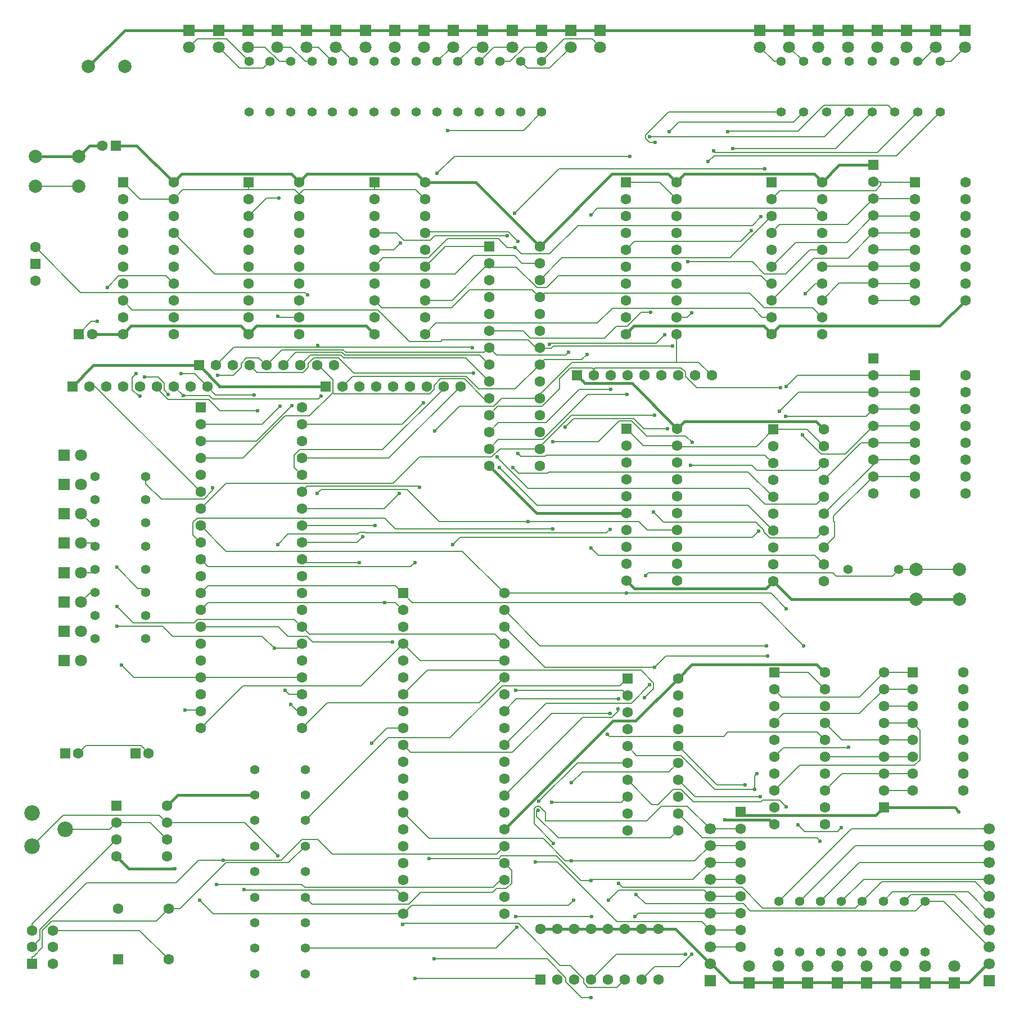
<source format=gbr>
%TF.GenerationSoftware,KiCad,Pcbnew,9.0.4*%
%TF.CreationDate,2025-09-10T16:43:47+09:00*%
%TF.ProjectId,Z80______,5a3830de-a4b3-4f33-965c-2e6b69636164,rev?*%
%TF.SameCoordinates,Original*%
%TF.FileFunction,Copper,L1,Top*%
%TF.FilePolarity,Positive*%
%FSLAX46Y46*%
G04 Gerber Fmt 4.6, Leading zero omitted, Abs format (unit mm)*
G04 Created by KiCad (PCBNEW 9.0.4) date 2025-09-10 16:43:47*
%MOMM*%
%LPD*%
G01*
G04 APERTURE LIST*
G04 Aperture macros list*
%AMRoundRect*
0 Rectangle with rounded corners*
0 $1 Rounding radius*
0 $2 $3 $4 $5 $6 $7 $8 $9 X,Y pos of 4 corners*
0 Add a 4 corners polygon primitive as box body*
4,1,4,$2,$3,$4,$5,$6,$7,$8,$9,$2,$3,0*
0 Add four circle primitives for the rounded corners*
1,1,$1+$1,$2,$3*
1,1,$1+$1,$4,$5*
1,1,$1+$1,$6,$7*
1,1,$1+$1,$8,$9*
0 Add four rect primitives between the rounded corners*
20,1,$1+$1,$2,$3,$4,$5,0*
20,1,$1+$1,$4,$5,$6,$7,0*
20,1,$1+$1,$6,$7,$8,$9,0*
20,1,$1+$1,$8,$9,$2,$3,0*%
G04 Aperture macros list end*
%TA.AperFunction,ComponentPad*%
%ADD10C,1.400000*%
%TD*%
%TA.AperFunction,ComponentPad*%
%ADD11R,1.800000X1.800000*%
%TD*%
%TA.AperFunction,ComponentPad*%
%ADD12C,1.800000*%
%TD*%
%TA.AperFunction,ComponentPad*%
%ADD13R,1.500000X1.500000*%
%TD*%
%TA.AperFunction,ComponentPad*%
%ADD14C,1.600000*%
%TD*%
%TA.AperFunction,ComponentPad*%
%ADD15R,1.600000X1.600000*%
%TD*%
%TA.AperFunction,ComponentPad*%
%ADD16RoundRect,0.250000X0.550000X0.550000X-0.550000X0.550000X-0.550000X-0.550000X0.550000X-0.550000X0*%
%TD*%
%TA.AperFunction,ComponentPad*%
%ADD17RoundRect,0.250000X-0.550000X-0.550000X0.550000X-0.550000X0.550000X0.550000X-0.550000X0.550000X0*%
%TD*%
%TA.AperFunction,ComponentPad*%
%ADD18R,1.700000X1.700000*%
%TD*%
%TA.AperFunction,ComponentPad*%
%ADD19C,1.700000*%
%TD*%
%TA.AperFunction,ComponentPad*%
%ADD20C,2.340000*%
%TD*%
%TA.AperFunction,ComponentPad*%
%ADD21C,2.000000*%
%TD*%
%TA.AperFunction,ComponentPad*%
%ADD22RoundRect,0.250000X0.550000X-0.550000X0.550000X0.550000X-0.550000X0.550000X-0.550000X-0.550000X0*%
%TD*%
%TA.AperFunction,ViaPad*%
%ADD23C,0.600000*%
%TD*%
%TA.AperFunction,Conductor*%
%ADD24C,0.200000*%
%TD*%
%TA.AperFunction,Conductor*%
%ADD25C,0.400000*%
%TD*%
G04 APERTURE END LIST*
D10*
%TO.P,R47,2*%
%TO.N,Net-(74HCT244-7-1Y1)*%
X144800000Y-160690000D03*
%TO.P,R47,1*%
%TO.N,Net-(O1-A)*%
X144800000Y-168310000D03*
%TD*%
%TO.P,R10,1*%
%TO.N,Net-(A10-A)*%
X74470000Y-34290000D03*
%TO.P,R10,2*%
%TO.N,Net-(U1-1Y2)*%
X74470000Y-41910000D03*
%TD*%
%TO.P,R28,1*%
%TO.N,Net-(MREQ0-A)*%
X38735000Y-114191143D03*
%TO.P,R28,2*%
%TO.N,Net-(U3-2Y1)*%
X46355000Y-114191143D03*
%TD*%
D11*
%TO.P,IORQ,1,K*%
%TO.N,GND*%
X34095000Y-120038800D03*
D12*
%TO.P,IORQ,2,A*%
%TO.N,Net-(IORQ0-A)*%
X36635000Y-120038800D03*
%TD*%
D10*
%TO.P,R30,1*%
%TO.N,Net-(BUSACK0-A)*%
X38735000Y-121158000D03*
%TO.P,R30,2*%
%TO.N,Net-(U3-2Y3)*%
X46355000Y-121158000D03*
%TD*%
D13*
%TO.P,BUSRQ,1*%
%TO.N,GND*%
X29743400Y-64770000D03*
D14*
%TO.P,BUSRQ,2*%
%TO.N,Net-(U4-~{BUSRQ})*%
X29743400Y-62230000D03*
%TO.P,BUSRQ,3*%
%TO.N,N/C*%
X29743400Y-67310000D03*
%TD*%
D15*
%TO.P,RN7,1,common*%
%TO.N,VCC*%
X135890000Y-147193000D03*
D14*
%TO.P,RN7,2,R1*%
%TO.N,Net-(J2-Pin_10)*%
X135890000Y-149733000D03*
%TO.P,RN7,3,R2*%
%TO.N,Net-(J2-Pin_9)*%
X135890000Y-152273000D03*
%TO.P,RN7,4,R3*%
%TO.N,Net-(J2-Pin_8)*%
X135890000Y-154813000D03*
%TO.P,RN7,5,R4*%
%TO.N,Net-(J2-Pin_7)*%
X135890000Y-157353000D03*
%TO.P,RN7,6,R5*%
%TO.N,Net-(J2-Pin_6)*%
X135890000Y-159893000D03*
%TO.P,RN7,7,R6*%
%TO.N,Net-(J2-Pin_5)*%
X135890000Y-162433000D03*
%TO.P,RN7,8,R7*%
%TO.N,Net-(J2-Pin_4)*%
X135890000Y-164973000D03*
%TO.P,RN7,9,R8*%
%TO.N,Net-(J2-Pin_3)*%
X135890000Y-167513000D03*
%TD*%
D16*
%TO.P,100uF,1*%
%TO.N,VCC*%
X41859200Y-46939200D03*
D14*
%TO.P,100uF,2*%
%TO.N,GND*%
X39859200Y-46939200D03*
%TD*%
D15*
%TO.P,RN2,1,common*%
%TO.N,VCC*%
X54356000Y-80010000D03*
D14*
%TO.P,RN2,2,R1*%
%TO.N,Net-(RN2-R1)*%
X56896000Y-80010000D03*
%TO.P,RN2,3,R2*%
%TO.N,Net-(RN2-R2)*%
X59436000Y-80010000D03*
%TO.P,RN2,4,R3*%
%TO.N,Net-(RN2-R3)*%
X61976000Y-80010000D03*
%TO.P,RN2,5,R4*%
%TO.N,Net-(RN2-R4)*%
X64516000Y-80010000D03*
%TO.P,RN2,6,R5*%
%TO.N,Net-(RN2-R5)*%
X67056000Y-80010000D03*
%TO.P,RN2,7,R6*%
%TO.N,Net-(RN2-R6)*%
X69596000Y-80010000D03*
%TO.P,RN2,8,R7*%
%TO.N,Net-(RN2-R7)*%
X72136000Y-80010000D03*
%TO.P,RN2,9,R8*%
%TO.N,unconnected-(RN2-R8-Pad9)*%
X74676000Y-80010000D03*
%TD*%
D15*
%TO.P,RN4,1,common*%
%TO.N,VCC*%
X155879800Y-78968600D03*
D14*
%TO.P,RN4,2,R1*%
%TO.N,Net-(RN4-R1)*%
X155879800Y-81508600D03*
%TO.P,RN4,3,R2*%
%TO.N,Net-(RN4-R2)*%
X155879800Y-84048600D03*
%TO.P,RN4,4,R3*%
%TO.N,Net-(RN4-R3)*%
X155879800Y-86588600D03*
%TO.P,RN4,5,R4*%
%TO.N,Net-(RN4-R4)*%
X155879800Y-89128600D03*
%TO.P,RN4,6,R5*%
%TO.N,Net-(RN4-R5)*%
X155879800Y-91668600D03*
%TO.P,RN4,7,R6*%
%TO.N,Net-(RN4-R6)*%
X155879800Y-94208600D03*
%TO.P,RN4,8,R7*%
%TO.N,Net-(RN4-R7)*%
X155879800Y-96748600D03*
%TO.P,RN4,9,R8*%
%TO.N,unconnected-(RN4-R8-Pad9)*%
X155879800Y-99288600D03*
%TD*%
D10*
%TO.P,R44,1*%
%TO.N,Net-(O4-A)*%
X154250000Y-168310000D03*
%TO.P,R44,2*%
%TO.N,Net-(74HCT244-7-2Y0)*%
X154250000Y-160690000D03*
%TD*%
%TO.P,R12,1*%
%TO.N,Net-(A12-A)*%
X68224000Y-34290000D03*
%TO.P,R12,2*%
%TO.N,Net-(U1-2Y0)*%
X68224000Y-41910000D03*
%TD*%
D17*
%TO.P,0.01uF,1*%
%TO.N,Net-(U13-CV)*%
X44805600Y-138404600D03*
D14*
%TO.P,0.01uF,2*%
%TO.N,Net-(U13-GND)*%
X46805600Y-138404600D03*
%TD*%
D17*
%TO.P,10uF,1*%
%TO.N,Net-(U4-~{RESET})*%
X36281300Y-75311000D03*
D14*
%TO.P,10uF,2*%
%TO.N,GND*%
X38281300Y-75311000D03*
%TD*%
D11*
%TO.P,M1,1,K*%
%TO.N,GND*%
X34095000Y-97938800D03*
D12*
%TO.P,M1,2,A*%
%TO.N,Net-(M0-A)*%
X36635000Y-97938800D03*
%TD*%
D11*
%TO.P,D1,1,K*%
%TO.N,GND*%
X165331000Y-29591000D03*
D12*
%TO.P,D1,2,A*%
%TO.N,Net-(D1-A)*%
X165331000Y-32131000D03*
%TD*%
D11*
%TO.P,A2,1,K*%
%TO.N,GND*%
X105945000Y-29591000D03*
D12*
%TO.P,A2,2,A*%
%TO.N,Net-(A2-A)*%
X105945000Y-32131000D03*
%TD*%
D10*
%TO.P,R48,1*%
%TO.N,Net-(O0-A)*%
X141650000Y-168310000D03*
%TO.P,R48,2*%
%TO.N,Net-(74HCT244-7-1Y0)*%
X141650000Y-160690000D03*
%TD*%
D11*
%TO.P,O2,1,K*%
%TO.N,GND*%
X146040000Y-172970000D03*
D12*
%TO.P,O2,2,A*%
%TO.N,Net-(O2-A)*%
X146040000Y-170430000D03*
%TD*%
D10*
%TO.P,R26,1*%
%TO.N,Net-(RD0-A)*%
X38735000Y-107224286D03*
%TO.P,R26,2*%
%TO.N,Net-(U3-1Y3)*%
X46355000Y-107224286D03*
%TD*%
D17*
%TO.P,74HCT244-5,1,1OE*%
%TO.N,Net-(RN0-R8)*%
X118745000Y-89535000D03*
D14*
%TO.P,74HCT244-5,2,1A0*%
%TO.N,Net-(U10-1A0)*%
X118745000Y-92075000D03*
%TO.P,74HCT244-5,3,2Y0*%
%TO.N,unconnected-(U10-2Y0-Pad3)*%
X118745000Y-94615000D03*
%TO.P,74HCT244-5,4,1A1*%
%TO.N,Net-(U10-1A1)*%
X118745000Y-97155000D03*
%TO.P,74HCT244-5,5,2Y1*%
%TO.N,unconnected-(U10-2Y1-Pad5)*%
X118745000Y-99695000D03*
%TO.P,74HCT244-5,6,1A2*%
%TO.N,GND*%
X118745000Y-102235000D03*
%TO.P,74HCT244-5,7,2Y2*%
%TO.N,unconnected-(U10-2Y2-Pad7)*%
X118745000Y-104775000D03*
%TO.P,74HCT244-5,8,1A3*%
%TO.N,unconnected-(U10-1A3-Pad8)*%
X118745000Y-107315000D03*
%TO.P,74HCT244-5,9,2Y3*%
%TO.N,unconnected-(U10-2Y3-Pad9)*%
X118745000Y-109855000D03*
%TO.P,74HCT244-5,10,GND*%
%TO.N,GND*%
X118745000Y-112395000D03*
%TO.P,74HCT244-5,11,2A3*%
%TO.N,unconnected-(U10-2A3-Pad11)*%
X126365000Y-112395000D03*
%TO.P,74HCT244-5,12,1Y3*%
%TO.N,unconnected-(U10-1Y3-Pad12)*%
X126365000Y-109855000D03*
%TO.P,74HCT244-5,13,2A2*%
%TO.N,unconnected-(U10-2A2-Pad13)*%
X126365000Y-107315000D03*
%TO.P,74HCT244-5,14,1Y2*%
%TO.N,Net-(RN0-R6)*%
X126365000Y-104775000D03*
%TO.P,74HCT244-5,15,2A1*%
%TO.N,unconnected-(U10-2A1-Pad15)*%
X126365000Y-102235000D03*
%TO.P,74HCT244-5,16,1Y1*%
%TO.N,Net-(RN0-R5)*%
X126365000Y-99695000D03*
%TO.P,74HCT244-5,17,2A0*%
%TO.N,unconnected-(U10-2A0-Pad17)*%
X126365000Y-97155000D03*
%TO.P,74HCT244-5,18,1Y0*%
%TO.N,Net-(RN0-R4)*%
X126365000Y-94615000D03*
%TO.P,74HCT244-5,19,2OE*%
%TO.N,Net-(RN0-R8)*%
X126365000Y-92075000D03*
%TO.P,74HCT244-5,20,VCC*%
%TO.N,VCC*%
X126365000Y-89535000D03*
%TD*%
D10*
%TO.P,R2,1*%
%TO.N,Net-(A2-A)*%
X99670000Y-34290000D03*
%TO.P,R2,2*%
%TO.N,Net-(U0-1Y2)*%
X99670000Y-41910000D03*
%TD*%
D15*
%TO.P,RN1,1,common*%
%TO.N,VCC*%
X111252000Y-81534000D03*
D14*
%TO.P,RN1,2,R1*%
%TO.N,Net-(RN1-R1)*%
X113792000Y-81534000D03*
%TO.P,RN1,3,R2*%
%TO.N,Net-(RN1-R2)*%
X116332000Y-81534000D03*
%TO.P,RN1,4,R3*%
%TO.N,Net-(RN1-R3)*%
X118872000Y-81534000D03*
%TO.P,RN1,5,R4*%
%TO.N,Net-(RN1-R4)*%
X121412000Y-81534000D03*
%TO.P,RN1,6,R5*%
%TO.N,Net-(RN1-R5)*%
X123952000Y-81534000D03*
%TO.P,RN1,7,R6*%
%TO.N,Net-(RN1-R6)*%
X126492000Y-81534000D03*
%TO.P,RN1,8,R7*%
%TO.N,Net-(RN1-R7)*%
X129032000Y-81534000D03*
%TO.P,RN1,9,R8*%
%TO.N,Net-(RN1-R8)*%
X131572000Y-81534000D03*
%TD*%
D10*
%TO.P,R7,1*%
%TO.N,Net-(A7-A)*%
X83920000Y-34290000D03*
%TO.P,R7,2*%
%TO.N,Net-(U0-2Y3)*%
X83920000Y-41910000D03*
%TD*%
D18*
%TO.P,PB,1,Pin_1*%
%TO.N,VCC*%
X173355000Y-172593000D03*
D19*
%TO.P,PB,2,Pin_2*%
%TO.N,GND*%
X173355000Y-170053000D03*
%TO.P,PB,3,Pin_3*%
%TO.N,Net-(74HCT244-7-2Y3)*%
X173355000Y-167513000D03*
%TO.P,PB,4,Pin_4*%
%TO.N,Net-(74HCT244-7-2Y2)*%
X173355000Y-164973000D03*
%TO.P,PB,5,Pin_5*%
%TO.N,Net-(74HCT244-7-2Y1)*%
X173355000Y-162433000D03*
%TO.P,PB,6,Pin_6*%
%TO.N,Net-(74HCT244-7-2Y0)*%
X173355000Y-159893000D03*
%TO.P,PB,7,Pin_7*%
%TO.N,Net-(74HCT244-7-1Y3)*%
X173355000Y-157353000D03*
%TO.P,PB,8,Pin_8*%
%TO.N,Net-(74HCT244-7-1Y2)*%
X173355000Y-154813000D03*
%TO.P,PB,9,Pin_9*%
%TO.N,Net-(74HCT244-7-1Y1)*%
X173355000Y-152273000D03*
%TO.P,PB,10,Pin_10*%
%TO.N,Net-(74HCT244-7-1Y0)*%
X173355000Y-149733000D03*
%TD*%
D11*
%TO.P,O5,1,K*%
%TO.N,GND*%
X159300000Y-172970000D03*
D12*
%TO.P,O5,2,A*%
%TO.N,Net-(O5-A)*%
X159300000Y-170430000D03*
%TD*%
D11*
%TO.P,MREQ,1,K*%
%TO.N,GND*%
X34095000Y-115618800D03*
D12*
%TO.P,MREQ,2,A*%
%TO.N,Net-(MREQ0-A)*%
X36635000Y-115618800D03*
%TD*%
D17*
%TO.P,74HCT244-1,1,1OE*%
%TO.N,Net-(U0-1OE)*%
X61849000Y-52451000D03*
D14*
%TO.P,74HCT244-1,2,1A0*%
%TO.N,Net-(RN2-R1)*%
X61849000Y-54991000D03*
%TO.P,74HCT244-1,3,2Y0*%
%TO.N,Net-(U1-2Y0)*%
X61849000Y-57531000D03*
%TO.P,74HCT244-1,4,1A1*%
%TO.N,Net-(RN2-R2)*%
X61849000Y-60071000D03*
%TO.P,74HCT244-1,5,2Y1*%
%TO.N,Net-(U1-2Y1)*%
X61849000Y-62611000D03*
%TO.P,74HCT244-1,6,1A2*%
%TO.N,Net-(RN2-R3)*%
X61849000Y-65151000D03*
%TO.P,74HCT244-1,7,2Y2*%
%TO.N,Net-(U1-2Y2)*%
X61849000Y-67691000D03*
%TO.P,74HCT244-1,8,1A3*%
%TO.N,Net-(RN2-R4)*%
X61849000Y-70231000D03*
%TO.P,74HCT244-1,9,2Y3*%
%TO.N,unconnected-(U1-2Y3-Pad9)*%
X61849000Y-72771000D03*
%TO.P,74HCT244-1,10,GND*%
%TO.N,GND*%
X61849000Y-75311000D03*
%TO.P,74HCT244-1,11,2A3*%
%TO.N,unconnected-(U1-2A3-Pad11)*%
X69469000Y-75311000D03*
%TO.P,74HCT244-1,12,1Y3*%
%TO.N,Net-(U1-1Y3)*%
X69469000Y-72771000D03*
%TO.P,74HCT244-1,13,2A2*%
%TO.N,Net-(RN2-R7)*%
X69469000Y-70231000D03*
%TO.P,74HCT244-1,14,1Y2*%
%TO.N,Net-(U1-1Y2)*%
X69469000Y-67691000D03*
%TO.P,74HCT244-1,15,2A1*%
%TO.N,Net-(RN2-R6)*%
X69469000Y-65151000D03*
%TO.P,74HCT244-1,16,1Y1*%
%TO.N,Net-(U1-1Y1)*%
X69469000Y-62611000D03*
%TO.P,74HCT244-1,17,2A0*%
%TO.N,Net-(RN2-R5)*%
X69469000Y-60071000D03*
%TO.P,74HCT244-1,18,1Y0*%
%TO.N,Net-(U1-1Y0)*%
X69469000Y-57531000D03*
%TO.P,74HCT244-1,19,2OE*%
%TO.N,Net-(U0-1OE)*%
X69469000Y-54991000D03*
%TO.P,74HCT244-1,20,VCC*%
%TO.N,VCC*%
X69469000Y-52451000D03*
%TD*%
D10*
%TO.P,R0,1*%
%TO.N,Net-(A0-A)*%
X105970000Y-34290000D03*
%TO.P,R0,2*%
%TO.N,Net-(U0-1Y0)*%
X105970000Y-41910000D03*
%TD*%
%TO.P,R24,1*%
%TO.N,Net-(M0-A)*%
X38735000Y-100257429D03*
%TO.P,R24,2*%
%TO.N,Net-(U3-1Y1)*%
X46355000Y-100257429D03*
%TD*%
D15*
%TO.P,RN0,1,common*%
%TO.N,VCC*%
X35306000Y-83185000D03*
D14*
%TO.P,RN0,2,R1*%
%TO.N,Net-(RN0-R1)*%
X37846000Y-83185000D03*
%TO.P,RN0,3,R2*%
%TO.N,Net-(RN0-R2)*%
X40386000Y-83185000D03*
%TO.P,RN0,4,R3*%
%TO.N,Net-(RN0-R3)*%
X42926000Y-83185000D03*
%TO.P,RN0,5,R4*%
%TO.N,Net-(RN0-R4)*%
X45466000Y-83185000D03*
%TO.P,RN0,6,R5*%
%TO.N,Net-(RN0-R5)*%
X48006000Y-83185000D03*
%TO.P,RN0,7,R6*%
%TO.N,Net-(RN0-R6)*%
X50546000Y-83185000D03*
%TO.P,RN0,8,R7*%
%TO.N,Net-(RN0-R7)*%
X53086000Y-83185000D03*
%TO.P,RN0,9,R8*%
%TO.N,Net-(RN0-R8)*%
X55626000Y-83185000D03*
%TD*%
D10*
%TO.P,R42,1*%
%TO.N,Net-(O6-A)*%
X160550000Y-168310000D03*
%TO.P,R42,2*%
%TO.N,Net-(74HCT244-7-2Y2)*%
X160550000Y-160690000D03*
%TD*%
D18*
%TO.P,PA,1,Pin_1*%
%TO.N,VCC*%
X131318000Y-172593000D03*
D19*
%TO.P,PA,2,Pin_2*%
%TO.N,GND*%
X131318000Y-170053000D03*
%TO.P,PA,3,Pin_3*%
%TO.N,Net-(J2-Pin_3)*%
X131318000Y-167513000D03*
%TO.P,PA,4,Pin_4*%
%TO.N,Net-(J2-Pin_4)*%
X131318000Y-164973000D03*
%TO.P,PA,5,Pin_5*%
%TO.N,Net-(J2-Pin_5)*%
X131318000Y-162433000D03*
%TO.P,PA,6,Pin_6*%
%TO.N,Net-(J2-Pin_6)*%
X131318000Y-159893000D03*
%TO.P,PA,7,Pin_7*%
%TO.N,Net-(J2-Pin_7)*%
X131318000Y-157353000D03*
%TO.P,PA,8,Pin_8*%
%TO.N,Net-(J2-Pin_8)*%
X131318000Y-154813000D03*
%TO.P,PA,9,Pin_9*%
%TO.N,Net-(J2-Pin_9)*%
X131318000Y-152273000D03*
%TO.P,PA,10,Pin_10*%
%TO.N,Net-(J2-Pin_10)*%
X131318000Y-149733000D03*
%TD*%
D11*
%TO.P,O4,1,K*%
%TO.N,GND*%
X154880000Y-172970000D03*
D12*
%TO.P,O4,2,A*%
%TO.N,Net-(O4-A)*%
X154880000Y-170430000D03*
%TD*%
D11*
%TO.P,O7,1,K*%
%TO.N,GND*%
X168140000Y-172970000D03*
D12*
%TO.P,O7,2,A*%
%TO.N,Net-(O7-A)*%
X168140000Y-170430000D03*
%TD*%
D11*
%TO.P,WAIT,1,K*%
%TO.N,GND*%
X34095000Y-102358800D03*
D12*
%TO.P,WAIT,2,A*%
%TO.N,Net-(WAIT0-A)*%
X36635000Y-102358800D03*
%TD*%
D10*
%TO.P,R1,1*%
%TO.N,Net-(A1-A)*%
X102820000Y-34290000D03*
%TO.P,R1,2*%
%TO.N,Net-(U0-1Y1)*%
X102820000Y-41910000D03*
%TD*%
%TO.P,R31,1*%
%TO.N,VCC*%
X62738000Y-156210000D03*
%TO.P,R31,2*%
%TO.N,Net-(U0-1OE)*%
X70358000Y-156210000D03*
%TD*%
D17*
%TO.P,Z80 CPU,1,A11*%
%TO.N,Net-(RN2-R4)*%
X54610000Y-86365000D03*
D14*
%TO.P,Z80 CPU,2,A12*%
%TO.N,Net-(RN2-R5)*%
X54610000Y-88905000D03*
%TO.P,Z80 CPU,3,A13*%
%TO.N,Net-(RN2-R6)*%
X54610000Y-91445000D03*
%TO.P,Z80 CPU,4,A14*%
%TO.N,Net-(RN2-R7)*%
X54610000Y-93985000D03*
%TO.P,Z80 CPU,5,A15*%
%TO.N,unconnected-(U4-A15-Pad5)*%
X54610000Y-96525000D03*
%TO.P,Z80 CPU,6,~{CLK}*%
%TO.N,Net-(RN0-R1)*%
X54610000Y-99065000D03*
%TO.P,Z80 CPU,7,D4*%
%TO.N,Net-(RN1-R5)*%
X54610000Y-101605000D03*
%TO.P,Z80 CPU,8,D3*%
%TO.N,Net-(RN1-R4)*%
X54610000Y-104145000D03*
%TO.P,Z80 CPU,9,D5*%
%TO.N,Net-(RN1-R6)*%
X54610000Y-106685000D03*
%TO.P,Z80 CPU,10,D6*%
%TO.N,Net-(RN1-R7)*%
X54610000Y-109225000D03*
%TO.P,Z80 CPU,11,VCC*%
%TO.N,VCC*%
X54610000Y-111765000D03*
%TO.P,Z80 CPU,12,D2*%
%TO.N,Net-(RN1-R3)*%
X54610000Y-114305000D03*
%TO.P,Z80 CPU,13,D7*%
%TO.N,Net-(RN1-R8)*%
X54610000Y-116845000D03*
%TO.P,Z80 CPU,14,D0*%
%TO.N,Net-(RN1-R1)*%
X54610000Y-119385000D03*
%TO.P,Z80 CPU,15,D1*%
%TO.N,Net-(RN1-R2)*%
X54610000Y-121925000D03*
%TO.P,Z80 CPU,16,~{INT}*%
%TO.N,Net-(U4-~{INT})*%
X54610000Y-124465000D03*
%TO.P,Z80 CPU,17,~{NMI}*%
%TO.N,Net-(RN0-R3)*%
X54610000Y-127005000D03*
%TO.P,Z80 CPU,18,~{HALT}*%
%TO.N,unconnected-(U4-~{HALT}-Pad18)*%
X54610000Y-129545000D03*
%TO.P,Z80 CPU,19,~{MREQ}*%
%TO.N,Net-(RN0-R6)*%
X54610000Y-132085000D03*
%TO.P,Z80 CPU,20,~{IORQ}*%
%TO.N,Net-(RN0-R7)*%
X54610000Y-134625000D03*
%TO.P,Z80 CPU,21,~{RD}*%
%TO.N,Net-(RN0-R4)*%
X69850000Y-134625000D03*
%TO.P,Z80 CPU,22,~{WR}*%
%TO.N,Net-(RN0-R5)*%
X69850000Y-132085000D03*
%TO.P,Z80 CPU,23,~{BUSACK}*%
%TO.N,Net-(RN0-R8)*%
X69850000Y-129545000D03*
%TO.P,Z80 CPU,24,~{WAIT}*%
%TO.N,Net-(RN0-R3)*%
X69850000Y-127005000D03*
%TO.P,Z80 CPU,25,~{BUSRQ}*%
%TO.N,Net-(U4-~{BUSRQ})*%
X69850000Y-124465000D03*
%TO.P,Z80 CPU,26,~{RESET}*%
%TO.N,Net-(U4-~{RESET})*%
X69850000Y-121925000D03*
%TO.P,Z80 CPU,27,~{M1}*%
%TO.N,Net-(RN0-R2)*%
X69850000Y-119385000D03*
%TO.P,Z80 CPU,28,~{RFSH}*%
%TO.N,unconnected-(U4-~{RFSH}-Pad28)*%
X69850000Y-116845000D03*
%TO.P,Z80 CPU,29,GND*%
%TO.N,GND*%
X69850000Y-114305000D03*
%TO.P,Z80 CPU,30,A0*%
%TO.N,Net-(RN3-R1)*%
X69850000Y-111765000D03*
%TO.P,Z80 CPU,31,A1*%
%TO.N,Net-(RN3-R2)*%
X69850000Y-109225000D03*
%TO.P,Z80 CPU,32,A2*%
%TO.N,Net-(RN3-R3)*%
X69850000Y-106685000D03*
%TO.P,Z80 CPU,33,A3*%
%TO.N,Net-(RN3-R4)*%
X69850000Y-104145000D03*
%TO.P,Z80 CPU,34,A4*%
%TO.N,Net-(RN3-R5)*%
X69850000Y-101605000D03*
%TO.P,Z80 CPU,35,A5*%
%TO.N,Net-(RN3-R6)*%
X69850000Y-99065000D03*
%TO.P,Z80 CPU,36,A6*%
%TO.N,Net-(RN3-R7)*%
X69850000Y-96525000D03*
%TO.P,Z80 CPU,37,A7*%
%TO.N,Net-(RN3-R8)*%
X69850000Y-93985000D03*
%TO.P,Z80 CPU,38,A8*%
%TO.N,Net-(RN2-R1)*%
X69850000Y-91445000D03*
%TO.P,Z80 CPU,39,A9*%
%TO.N,Net-(RN2-R2)*%
X69850000Y-88905000D03*
%TO.P,Z80 CPU,40,A10*%
%TO.N,Net-(RN2-R3)*%
X69850000Y-86365000D03*
%TD*%
D10*
%TO.P,R34,1*%
%TO.N,VCC*%
X62738000Y-144684700D03*
%TO.P,R34,2*%
%TO.N,Net-(RN0-R3)*%
X70358000Y-144684700D03*
%TD*%
%TO.P,R46,1*%
%TO.N,Net-(O2-A)*%
X147950000Y-168310000D03*
%TO.P,R46,2*%
%TO.N,Net-(74HCT244-7-1Y2)*%
X147950000Y-160690000D03*
%TD*%
D17*
%TO.P,74HCT244-0,1,1OE*%
%TO.N,Net-(U0-1OE)*%
X42926000Y-52451000D03*
D14*
%TO.P,74HCT244-0,2,1A0*%
%TO.N,Net-(RN0-R1)*%
X42926000Y-54991000D03*
%TO.P,74HCT244-0,3,2Y0*%
%TO.N,Net-(U3-2Y0)*%
X42926000Y-57531000D03*
%TO.P,74HCT244-0,4,1A1*%
%TO.N,Net-(RN0-R2)*%
X42926000Y-60071000D03*
%TO.P,74HCT244-0,5,2Y1*%
%TO.N,Net-(U3-2Y1)*%
X42926000Y-62611000D03*
%TO.P,74HCT244-0,6,1A2*%
%TO.N,Net-(RN0-R3)*%
X42926000Y-65151000D03*
%TO.P,74HCT244-0,7,2Y2*%
%TO.N,Net-(U3-2Y2)*%
X42926000Y-67691000D03*
%TO.P,74HCT244-0,8,1A3*%
%TO.N,Net-(RN0-R4)*%
X42926000Y-70231000D03*
%TO.P,74HCT244-0,9,2Y3*%
%TO.N,Net-(U3-2Y3)*%
X42926000Y-72771000D03*
%TO.P,74HCT244-0,10,GND*%
%TO.N,GND*%
X42926000Y-75311000D03*
%TO.P,74HCT244-0,11,2A3*%
%TO.N,Net-(RN0-R8)*%
X50546000Y-75311000D03*
%TO.P,74HCT244-0,12,1Y3*%
%TO.N,Net-(U3-1Y3)*%
X50546000Y-72771000D03*
%TO.P,74HCT244-0,13,2A2*%
%TO.N,Net-(RN0-R7)*%
X50546000Y-70231000D03*
%TO.P,74HCT244-0,14,1Y2*%
%TO.N,Net-(U3-1Y2)*%
X50546000Y-67691000D03*
%TO.P,74HCT244-0,15,2A1*%
%TO.N,Net-(RN0-R6)*%
X50546000Y-65151000D03*
%TO.P,74HCT244-0,16,1Y1*%
%TO.N,Net-(U3-1Y1)*%
X50546000Y-62611000D03*
%TO.P,74HCT244-0,17,2A0*%
%TO.N,Net-(RN0-R5)*%
X50546000Y-60071000D03*
%TO.P,74HCT244-0,18,1Y0*%
%TO.N,Net-(U3-1Y0)*%
X50546000Y-57531000D03*
%TO.P,74HCT244-0,19,2OE*%
%TO.N,Net-(U0-1OE)*%
X50546000Y-54991000D03*
%TO.P,74HCT244-0,20,VCC*%
%TO.N,VCC*%
X50546000Y-52451000D03*
%TD*%
D11*
%TO.P,A9,1,K*%
%TO.N,GND*%
X75005000Y-29591000D03*
D12*
%TO.P,A9,2,A*%
%TO.N,Net-(A9-A)*%
X75005000Y-32131000D03*
%TD*%
D10*
%TO.P,R17,1*%
%TO.N,Net-(D2-A)*%
X159131000Y-34290000D03*
%TO.P,R17,2*%
%TO.N,Net-(U2-1Y2)*%
X159131000Y-41910000D03*
%TD*%
D11*
%TO.P,D5,1,K*%
%TO.N,GND*%
X147651000Y-29591000D03*
D12*
%TO.P,D5,2,A*%
%TO.N,Net-(D5-A)*%
X147651000Y-32131000D03*
%TD*%
D10*
%TO.P,R27,1*%
%TO.N,Net-(WR0-A)*%
X38735000Y-110707714D03*
%TO.P,R27,2*%
%TO.N,Net-(U3-2Y0)*%
X46355000Y-110707714D03*
%TD*%
D15*
%TO.P,CLOCK ch,1,A*%
%TO.N,Net-(Y0-OUT)*%
X29210000Y-170047500D03*
D14*
%TO.P,CLOCK ch,2,B*%
%TO.N,Net-(RN0-R1)*%
X29210000Y-167547500D03*
%TO.P,CLOCK ch,3,C*%
%TO.N,Net-(U13-Q)*%
X29210000Y-165047500D03*
%TO.P,CLOCK ch,4,A*%
%TO.N,Net-(U13-CV)*%
X32410000Y-170047500D03*
%TO.P,CLOCK ch,5,B*%
%TO.N,GND*%
X32410000Y-167547500D03*
%TO.P,CLOCK ch,6,C*%
%TO.N,Net-(Y0-GND)*%
X32410000Y-165047500D03*
%TD*%
D10*
%TO.P,R16,1*%
%TO.N,Net-(D1-A)*%
X162560000Y-34290000D03*
%TO.P,R16,2*%
%TO.N,Net-(U2-1Y1)*%
X162560000Y-41910000D03*
%TD*%
%TO.P,R38,1*%
%TO.N,VCC*%
X152140000Y-110750000D03*
%TO.P,R38,2*%
%TO.N,Net-(U10-1A1)*%
X159760000Y-110750000D03*
%TD*%
D17*
%TO.P,D7-D0,1*%
%TO.N,Net-(RN8-R8)*%
X161798000Y-126238000D03*
D14*
%TO.P,D7-D0,2*%
%TO.N,Net-(RN8-R7)*%
X161798000Y-128778000D03*
%TO.P,D7-D0,3*%
%TO.N,Net-(RN8-R6)*%
X161798000Y-131318000D03*
%TO.P,D7-D0,4*%
%TO.N,Net-(RN8-R5)*%
X161798000Y-133858000D03*
%TO.P,D7-D0,5*%
%TO.N,Net-(RN8-R4)*%
X161798000Y-136398000D03*
%TO.P,D7-D0,6*%
%TO.N,Net-(RN8-R3)*%
X161798000Y-138938000D03*
%TO.P,D7-D0,7*%
%TO.N,Net-(RN8-R2)*%
X161798000Y-141478000D03*
%TO.P,D7-D0,8*%
%TO.N,Net-(RN8-R1)*%
X161798000Y-144018000D03*
%TO.P,D7-D0,9*%
%TO.N,GND*%
X169418000Y-144018000D03*
%TO.P,D7-D0,10*%
X169418000Y-141478000D03*
%TO.P,D7-D0,11*%
X169418000Y-138938000D03*
%TO.P,D7-D0,12*%
X169418000Y-136398000D03*
%TO.P,D7-D0,13*%
X169418000Y-133858000D03*
%TO.P,D7-D0,14*%
X169418000Y-131318000D03*
%TO.P,D7-D0,15*%
X169418000Y-128778000D03*
%TO.P,D7-D0,16*%
X169418000Y-126238000D03*
%TD*%
D17*
%TO.P,74HCT244-3,1,1OE*%
%TO.N,Net-(U0-1OE)*%
X118618000Y-52451000D03*
D14*
%TO.P,74HCT244-3,2,1A0*%
%TO.N,Net-(RN1-R1)*%
X118618000Y-54991000D03*
%TO.P,74HCT244-3,3,2Y0*%
%TO.N,Net-(U2-2Y0)*%
X118618000Y-57531000D03*
%TO.P,74HCT244-3,4,1A1*%
%TO.N,Net-(RN1-R2)*%
X118618000Y-60071000D03*
%TO.P,74HCT244-3,5,2Y1*%
%TO.N,Net-(U2-2Y1)*%
X118618000Y-62611000D03*
%TO.P,74HCT244-3,6,1A2*%
%TO.N,Net-(RN1-R3)*%
X118618000Y-65151000D03*
%TO.P,74HCT244-3,7,2Y2*%
%TO.N,Net-(U2-2Y2)*%
X118618000Y-67691000D03*
%TO.P,74HCT244-3,8,1A3*%
%TO.N,Net-(RN1-R4)*%
X118618000Y-70231000D03*
%TO.P,74HCT244-3,9,2Y3*%
%TO.N,Net-(U2-2Y3)*%
X118618000Y-72771000D03*
%TO.P,74HCT244-3,10,GND*%
%TO.N,GND*%
X118618000Y-75311000D03*
%TO.P,74HCT244-3,11,2A3*%
%TO.N,Net-(RN1-R8)*%
X126238000Y-75311000D03*
%TO.P,74HCT244-3,12,1Y3*%
%TO.N,Net-(U2-1Y3)*%
X126238000Y-72771000D03*
%TO.P,74HCT244-3,13,2A2*%
%TO.N,Net-(RN1-R7)*%
X126238000Y-70231000D03*
%TO.P,74HCT244-3,14,1Y2*%
%TO.N,Net-(U2-1Y2)*%
X126238000Y-67691000D03*
%TO.P,74HCT244-3,15,2A1*%
%TO.N,Net-(RN1-R6)*%
X126238000Y-65151000D03*
%TO.P,74HCT244-3,16,1Y1*%
%TO.N,Net-(U2-1Y1)*%
X126238000Y-62611000D03*
%TO.P,74HCT244-3,17,2A0*%
%TO.N,Net-(RN1-R5)*%
X126238000Y-60071000D03*
%TO.P,74HCT244-3,18,1Y0*%
%TO.N,Net-(U2-1Y0)*%
X126238000Y-57531000D03*
%TO.P,74HCT244-3,19,2OE*%
%TO.N,Net-(U0-1OE)*%
X126238000Y-54991000D03*
%TO.P,74HCT244-3,20,VCC*%
%TO.N,VCC*%
X126238000Y-52451000D03*
%TD*%
D11*
%TO.P,A13,1,K*%
%TO.N,GND*%
X57325000Y-29591000D03*
D12*
%TO.P,A13,2,A*%
%TO.N,Net-(A13-A)*%
X57325000Y-32131000D03*
%TD*%
D11*
%TO.P,BUSACK,1,K*%
%TO.N,GND*%
X34095000Y-124458800D03*
D12*
%TO.P,BUSACK,2,A*%
%TO.N,Net-(BUSACK0-A)*%
X36635000Y-124458800D03*
%TD*%
D11*
%TO.P,O3,1,K*%
%TO.N,GND*%
X150460000Y-172970000D03*
D12*
%TO.P,O3,2,A*%
%TO.N,Net-(O3-A)*%
X150460000Y-170430000D03*
%TD*%
D17*
%TO.P,74HCT244-4,1,1OE*%
%TO.N,Net-(RN0-R8)*%
X140589000Y-52451000D03*
D14*
%TO.P,74HCT244-4,2,1A0*%
%TO.N,Net-(RN5-R1)*%
X140589000Y-54991000D03*
%TO.P,74HCT244-4,3,2Y0*%
%TO.N,Net-(RN3-R5)*%
X140589000Y-57531000D03*
%TO.P,74HCT244-4,4,1A1*%
%TO.N,Net-(RN5-R2)*%
X140589000Y-60071000D03*
%TO.P,74HCT244-4,5,2Y1*%
%TO.N,Net-(RN3-R6)*%
X140589000Y-62611000D03*
%TO.P,74HCT244-4,6,1A2*%
%TO.N,Net-(RN5-R3)*%
X140589000Y-65151000D03*
%TO.P,74HCT244-4,7,2Y2*%
%TO.N,Net-(RN3-R7)*%
X140589000Y-67691000D03*
%TO.P,74HCT244-4,8,1A3*%
%TO.N,Net-(RN5-R4)*%
X140589000Y-70231000D03*
%TO.P,74HCT244-4,9,2Y3*%
%TO.N,Net-(RN3-R8)*%
X140589000Y-72771000D03*
%TO.P,74HCT244-4,10,GND*%
%TO.N,GND*%
X140589000Y-75311000D03*
%TO.P,74HCT244-4,11,2A3*%
%TO.N,Net-(RN5-R8)*%
X148209000Y-75311000D03*
%TO.P,74HCT244-4,12,1Y3*%
%TO.N,Net-(RN3-R4)*%
X148209000Y-72771000D03*
%TO.P,74HCT244-4,13,2A2*%
%TO.N,Net-(RN5-R7)*%
X148209000Y-70231000D03*
%TO.P,74HCT244-4,14,1Y2*%
%TO.N,Net-(RN3-R3)*%
X148209000Y-67691000D03*
%TO.P,74HCT244-4,15,2A1*%
%TO.N,Net-(RN5-R6)*%
X148209000Y-65151000D03*
%TO.P,74HCT244-4,16,1Y1*%
%TO.N,Net-(RN3-R2)*%
X148209000Y-62611000D03*
%TO.P,74HCT244-4,17,2A0*%
%TO.N,Net-(RN5-R5)*%
X148209000Y-60071000D03*
%TO.P,74HCT244-4,18,1Y0*%
%TO.N,Net-(RN3-R1)*%
X148209000Y-57531000D03*
%TO.P,74HCT244-4,19,2OE*%
%TO.N,Net-(RN0-R8)*%
X148209000Y-54991000D03*
%TO.P,74HCT244-4,20,VCC*%
%TO.N,VCC*%
X148209000Y-52451000D03*
%TD*%
D10*
%TO.P,R45,1*%
%TO.N,Net-(O3-A)*%
X151100000Y-168310000D03*
%TO.P,R45,2*%
%TO.N,Net-(74HCT244-7-1Y3)*%
X151100000Y-160690000D03*
%TD*%
%TO.P,R32,1*%
%TO.N,VCC*%
X62738000Y-163893500D03*
%TO.P,R32,2*%
%TO.N,Net-(U4-~{RESET})*%
X70358000Y-163893500D03*
%TD*%
D11*
%TO.P,A5,1,K*%
%TO.N,GND*%
X92685000Y-29591000D03*
D12*
%TO.P,A5,2,A*%
%TO.N,Net-(A5-A)*%
X92685000Y-32131000D03*
%TD*%
D11*
%TO.P,A3,1,K*%
%TO.N,GND*%
X101525000Y-29591000D03*
D12*
%TO.P,A3,2,A*%
%TO.N,Net-(A3-A)*%
X101525000Y-32131000D03*
%TD*%
D15*
%TO.P,RN8,1,common*%
%TO.N,VCC*%
X157480000Y-146558000D03*
D14*
%TO.P,RN8,2,R1*%
%TO.N,Net-(RN8-R1)*%
X157480000Y-144018000D03*
%TO.P,RN8,3,R2*%
%TO.N,Net-(RN8-R2)*%
X157480000Y-141478000D03*
%TO.P,RN8,4,R3*%
%TO.N,Net-(RN8-R3)*%
X157480000Y-138938000D03*
%TO.P,RN8,5,R4*%
%TO.N,Net-(RN8-R4)*%
X157480000Y-136398000D03*
%TO.P,RN8,6,R5*%
%TO.N,Net-(RN8-R5)*%
X157480000Y-133858000D03*
%TO.P,RN8,7,R6*%
%TO.N,Net-(RN8-R6)*%
X157480000Y-131318000D03*
%TO.P,RN8,8,R7*%
%TO.N,Net-(RN8-R7)*%
X157480000Y-128778000D03*
%TO.P,RN8,9,R8*%
%TO.N,Net-(RN8-R8)*%
X157480000Y-126238000D03*
%TD*%
D11*
%TO.P,O1,1,K*%
%TO.N,GND*%
X141620000Y-172970000D03*
D12*
%TO.P,O1,2,A*%
%TO.N,Net-(O1-A)*%
X141620000Y-170430000D03*
%TD*%
D11*
%TO.P,O6,1,K*%
%TO.N,GND*%
X163720000Y-172970000D03*
D12*
%TO.P,O6,2,A*%
%TO.N,Net-(O6-A)*%
X163720000Y-170430000D03*
%TD*%
D17*
%TO.P,CY7C199,1,A5*%
%TO.N,Net-(RN3-R6)*%
X98044000Y-62103000D03*
D14*
%TO.P,CY7C199,2,A6*%
%TO.N,Net-(RN3-R7)*%
X98044000Y-64643000D03*
%TO.P,CY7C199,3,A7*%
%TO.N,Net-(RN3-R8)*%
X98044000Y-67183000D03*
%TO.P,CY7C199,4,A8*%
%TO.N,Net-(RN2-R1)*%
X98044000Y-69723000D03*
%TO.P,CY7C199,5,A9*%
%TO.N,Net-(RN2-R2)*%
X98044000Y-72263000D03*
%TO.P,CY7C199,6,A10*%
%TO.N,Net-(RN2-R3)*%
X98044000Y-74803000D03*
%TO.P,CY7C199,7,A11*%
%TO.N,Net-(RN2-R4)*%
X98044000Y-77343000D03*
%TO.P,CY7C199,8,A12*%
%TO.N,Net-(RN2-R5)*%
X98044000Y-79883000D03*
%TO.P,CY7C199,9,A13*%
%TO.N,Net-(RN2-R6)*%
X98044000Y-82423000D03*
%TO.P,CY7C199,10,A14*%
%TO.N,Net-(RN2-R7)*%
X98044000Y-84963000D03*
%TO.P,CY7C199,11,D0*%
%TO.N,Net-(RN1-R1)*%
X98044000Y-87503000D03*
%TO.P,CY7C199,12,D1*%
%TO.N,Net-(RN1-R2)*%
X98044000Y-90043000D03*
%TO.P,CY7C199,13,D2*%
%TO.N,Net-(RN1-R3)*%
X98044000Y-92583000D03*
%TO.P,CY7C199,14,GND*%
%TO.N,GND*%
X98044000Y-95123000D03*
%TO.P,CY7C199,15,D3*%
%TO.N,Net-(RN1-R4)*%
X105664000Y-95123000D03*
%TO.P,CY7C199,16,D4*%
%TO.N,Net-(RN1-R5)*%
X105664000Y-92583000D03*
%TO.P,CY7C199,17,D5*%
%TO.N,Net-(RN1-R6)*%
X105664000Y-90043000D03*
%TO.P,CY7C199,18,D6*%
%TO.N,Net-(RN1-R7)*%
X105664000Y-87503000D03*
%TO.P,CY7C199,19,D7*%
%TO.N,Net-(RN1-R8)*%
X105664000Y-84963000D03*
%TO.P,CY7C199,20,~{CE}*%
%TO.N,Net-(RN0-R6)*%
X105664000Y-82423000D03*
%TO.P,CY7C199,21,A0*%
%TO.N,Net-(RN3-R1)*%
X105664000Y-79883000D03*
%TO.P,CY7C199,22,~{OE}*%
%TO.N,Net-(RN0-R4)*%
X105664000Y-77343000D03*
%TO.P,CY7C199,23,A1*%
%TO.N,Net-(RN3-R2)*%
X105664000Y-74803000D03*
%TO.P,CY7C199,24,A2*%
%TO.N,Net-(RN3-R3)*%
X105664000Y-72263000D03*
%TO.P,CY7C199,25,A3*%
%TO.N,Net-(RN3-R4)*%
X105664000Y-69723000D03*
%TO.P,CY7C199,26,A4*%
%TO.N,Net-(RN3-R5)*%
X105664000Y-67183000D03*
%TO.P,CY7C199,27,~{WE}*%
%TO.N,Net-(RN0-R5)*%
X105664000Y-64643000D03*
%TO.P,CY7C199,28,VCC*%
%TO.N,VCC*%
X105664000Y-62103000D03*
%TD*%
D11*
%TO.P,D0,1,K*%
%TO.N,GND*%
X169751000Y-29591000D03*
D12*
%TO.P,D0,2,A*%
%TO.N,Net-(D0-A)*%
X169751000Y-32131000D03*
%TD*%
D11*
%TO.P,D2,1,K*%
%TO.N,GND*%
X160911000Y-29591000D03*
D12*
%TO.P,D2,2,A*%
%TO.N,Net-(D2-A)*%
X160911000Y-32131000D03*
%TD*%
D15*
%TO.P,RN5,1,common*%
%TO.N,VCC*%
X155905200Y-49885600D03*
D14*
%TO.P,RN5,2,R1*%
%TO.N,Net-(RN5-R1)*%
X155905200Y-52425600D03*
%TO.P,RN5,3,R2*%
%TO.N,Net-(RN5-R2)*%
X155905200Y-54965600D03*
%TO.P,RN5,4,R3*%
%TO.N,Net-(RN5-R3)*%
X155905200Y-57505600D03*
%TO.P,RN5,5,R4*%
%TO.N,Net-(RN5-R4)*%
X155905200Y-60045600D03*
%TO.P,RN5,6,R5*%
%TO.N,Net-(RN5-R5)*%
X155905200Y-62585600D03*
%TO.P,RN5,7,R6*%
%TO.N,Net-(RN5-R6)*%
X155905200Y-65125600D03*
%TO.P,RN5,8,R7*%
%TO.N,Net-(RN5-R7)*%
X155905200Y-67665600D03*
%TO.P,RN5,9,R8*%
%TO.N,Net-(RN5-R8)*%
X155905200Y-70205600D03*
%TD*%
D10*
%TO.P,R40,1*%
%TO.N,VCC*%
X62738000Y-148526500D03*
%TO.P,R40,2*%
%TO.N,Net-(74HCT244-7-1OE)*%
X70358000Y-148526500D03*
%TD*%
%TO.P,R4,1*%
%TO.N,Net-(A4-A)*%
X93370000Y-34290000D03*
%TO.P,R4,2*%
%TO.N,Net-(U0-2Y0)*%
X93370000Y-41910000D03*
%TD*%
%TO.P,R36,1*%
%TO.N,VCC*%
X62738000Y-160051700D03*
%TO.P,R36,2*%
%TO.N,Net-(Z80PIO0-IEI)*%
X70358000Y-160051700D03*
%TD*%
D11*
%TO.P,A4,1,K*%
%TO.N,GND*%
X97105000Y-29591000D03*
D12*
%TO.P,A4,2,A*%
%TO.N,Net-(A4-A)*%
X97105000Y-32131000D03*
%TD*%
D20*
%TO.P,FREQENCY,1,1*%
%TO.N,unconnected-(RV0-Pad1)*%
X29250000Y-147365000D03*
%TO.P,FREQENCY,2,2*%
%TO.N,Net-(U13-THR)*%
X34250000Y-149865000D03*
%TO.P,FREQENCY,3,3*%
%TO.N,Net-(U13-DIS)*%
X29250000Y-152365000D03*
%TD*%
D11*
%TO.P,A10,1,K*%
%TO.N,GND*%
X70585000Y-29591000D03*
D12*
%TO.P,A10,2,A*%
%TO.N,Net-(A10-A)*%
X70585000Y-32131000D03*
%TD*%
D10*
%TO.P,R14,1*%
%TO.N,Net-(A14-A)*%
X61924000Y-34290000D03*
%TO.P,R14,2*%
%TO.N,Net-(U1-2Y2)*%
X61924000Y-41910000D03*
%TD*%
D17*
%TO.P,0.01uF,1*%
%TO.N,Net-(U13-THR)*%
X34223900Y-138430000D03*
D14*
%TO.P,0.01uF,2*%
%TO.N,Net-(U13-GND)*%
X36223900Y-138430000D03*
%TD*%
D10*
%TO.P,R20,1*%
%TO.N,Net-(D5-A)*%
X148844000Y-34290000D03*
%TO.P,R20,2*%
%TO.N,Net-(U2-2Y1)*%
X148844000Y-41910000D03*
%TD*%
D11*
%TO.P,A1,1,K*%
%TO.N,GND*%
X110365000Y-29591000D03*
D12*
%TO.P,A1,2,A*%
%TO.N,Net-(A1-A)*%
X110365000Y-32131000D03*
%TD*%
D10*
%TO.P,R9,1*%
%TO.N,Net-(A9-A)*%
X77620000Y-34290000D03*
%TO.P,R9,2*%
%TO.N,Net-(U1-1Y1)*%
X77620000Y-41910000D03*
%TD*%
%TO.P,R25,1*%
%TO.N,Net-(WAIT0-A)*%
X38735000Y-103740857D03*
%TO.P,R25,2*%
%TO.N,Net-(U3-1Y2)*%
X46355000Y-103740857D03*
%TD*%
D11*
%TO.P,A7,1,K*%
%TO.N,GND*%
X83845000Y-29591000D03*
D12*
%TO.P,A7,2,A*%
%TO.N,Net-(A7-A)*%
X83845000Y-32131000D03*
%TD*%
D17*
%TO.P,74HCT244-6,1,1OE*%
%TO.N,Net-(RN0-R8)*%
X140843000Y-89662000D03*
D14*
%TO.P,74HCT244-6,2,1A0*%
%TO.N,Net-(RN4-R1)*%
X140843000Y-92202000D03*
%TO.P,74HCT244-6,3,2Y0*%
%TO.N,Net-(RN2-R5)*%
X140843000Y-94742000D03*
%TO.P,74HCT244-6,4,1A1*%
%TO.N,Net-(RN4-R2)*%
X140843000Y-97282000D03*
%TO.P,74HCT244-6,5,2Y1*%
%TO.N,Net-(RN2-R6)*%
X140843000Y-99822000D03*
%TO.P,74HCT244-6,6,1A2*%
%TO.N,Net-(RN4-R3)*%
X140843000Y-102362000D03*
%TO.P,74HCT244-6,7,2Y2*%
%TO.N,Net-(RN2-R7)*%
X140843000Y-104902000D03*
%TO.P,74HCT244-6,8,1A3*%
%TO.N,Net-(RN4-R4)*%
X140843000Y-107442000D03*
%TO.P,74HCT244-6,9,2Y3*%
%TO.N,unconnected-(U9-2Y3-Pad9)*%
X140843000Y-109982000D03*
%TO.P,74HCT244-6,10,GND*%
%TO.N,GND*%
X140843000Y-112522000D03*
%TO.P,74HCT244-6,11,2A3*%
%TO.N,unconnected-(U9-2A3-Pad11)*%
X148463000Y-112522000D03*
%TO.P,74HCT244-6,12,1Y3*%
%TO.N,Net-(RN2-R4)*%
X148463000Y-109982000D03*
%TO.P,74HCT244-6,13,2A2*%
%TO.N,Net-(RN4-R7)*%
X148463000Y-107442000D03*
%TO.P,74HCT244-6,14,1Y2*%
%TO.N,Net-(RN2-R3)*%
X148463000Y-104902000D03*
%TO.P,74HCT244-6,15,2A1*%
%TO.N,Net-(RN4-R6)*%
X148463000Y-102362000D03*
%TO.P,74HCT244-6,16,1Y1*%
%TO.N,Net-(RN2-R2)*%
X148463000Y-99822000D03*
%TO.P,74HCT244-6,17,2A0*%
%TO.N,Net-(RN4-R5)*%
X148463000Y-97282000D03*
%TO.P,74HCT244-6,18,1Y0*%
%TO.N,Net-(RN2-R1)*%
X148463000Y-94742000D03*
%TO.P,74HCT244-6,19,2OE*%
%TO.N,Net-(RN0-R8)*%
X148463000Y-92202000D03*
%TO.P,74HCT244-6,20,VCC*%
%TO.N,VCC*%
X148463000Y-89662000D03*
%TD*%
D11*
%TO.P,D3,1,K*%
%TO.N,GND*%
X156491000Y-29591000D03*
D12*
%TO.P,D3,2,A*%
%TO.N,Net-(D3-A)*%
X156491000Y-32131000D03*
%TD*%
D17*
%TO.P,74HCT244-2,1,1OE*%
%TO.N,Net-(U0-1OE)*%
X80772000Y-52451000D03*
D14*
%TO.P,74HCT244-2,2,1A0*%
%TO.N,Net-(RN3-R1)*%
X80772000Y-54991000D03*
%TO.P,74HCT244-2,3,2Y0*%
%TO.N,Net-(U0-2Y0)*%
X80772000Y-57531000D03*
%TO.P,74HCT244-2,4,1A1*%
%TO.N,Net-(RN3-R2)*%
X80772000Y-60071000D03*
%TO.P,74HCT244-2,5,2Y1*%
%TO.N,Net-(U0-2Y1)*%
X80772000Y-62611000D03*
%TO.P,74HCT244-2,6,1A2*%
%TO.N,Net-(RN3-R3)*%
X80772000Y-65151000D03*
%TO.P,74HCT244-2,7,2Y2*%
%TO.N,Net-(U0-2Y2)*%
X80772000Y-67691000D03*
%TO.P,74HCT244-2,8,1A3*%
%TO.N,Net-(RN3-R4)*%
X80772000Y-70231000D03*
%TO.P,74HCT244-2,9,2Y3*%
%TO.N,Net-(U0-2Y3)*%
X80772000Y-72771000D03*
%TO.P,74HCT244-2,10,GND*%
%TO.N,GND*%
X80772000Y-75311000D03*
%TO.P,74HCT244-2,11,2A3*%
%TO.N,Net-(RN3-R8)*%
X88392000Y-75311000D03*
%TO.P,74HCT244-2,12,1Y3*%
%TO.N,Net-(U0-1Y3)*%
X88392000Y-72771000D03*
%TO.P,74HCT244-2,13,2A2*%
%TO.N,Net-(RN3-R7)*%
X88392000Y-70231000D03*
%TO.P,74HCT244-2,14,1Y2*%
%TO.N,Net-(U0-1Y2)*%
X88392000Y-67691000D03*
%TO.P,74HCT244-2,15,2A1*%
%TO.N,Net-(RN3-R6)*%
X88392000Y-65151000D03*
%TO.P,74HCT244-2,16,1Y1*%
%TO.N,Net-(U0-1Y1)*%
X88392000Y-62611000D03*
%TO.P,74HCT244-2,17,2A0*%
%TO.N,Net-(RN3-R5)*%
X88392000Y-60071000D03*
%TO.P,74HCT244-2,18,1Y0*%
%TO.N,Net-(U0-1Y0)*%
X88392000Y-57531000D03*
%TO.P,74HCT244-2,19,2OE*%
%TO.N,Net-(U0-1OE)*%
X88392000Y-54991000D03*
%TO.P,74HCT244-2,20,VCC*%
%TO.N,VCC*%
X88392000Y-52451000D03*
%TD*%
D10*
%TO.P,R11,1*%
%TO.N,Net-(A11-A)*%
X71374000Y-34290000D03*
%TO.P,R11,2*%
%TO.N,Net-(U1-1Y3)*%
X71374000Y-41910000D03*
%TD*%
D21*
%TO.P,RESET,1,1*%
%TO.N,GND*%
X29770000Y-48550000D03*
X36270000Y-48550000D03*
%TO.P,RESET,2,2*%
%TO.N,Net-(U4-~{RESET})*%
X29770000Y-53050000D03*
X36270000Y-53050000D03*
%TD*%
D10*
%TO.P,R33,1*%
%TO.N,VCC*%
X62738000Y-140843000D03*
%TO.P,R33,2*%
%TO.N,Net-(U4-~{BUSRQ})*%
X70358000Y-140843000D03*
%TD*%
D11*
%TO.P,A6,1,K*%
%TO.N,GND*%
X88265000Y-29591000D03*
D12*
%TO.P,A6,2,A*%
%TO.N,Net-(A6-A)*%
X88265000Y-32131000D03*
%TD*%
D21*
%TO.P,WRITE,1,1*%
%TO.N,Net-(U10-1A1)*%
X162358000Y-110744000D03*
X168858000Y-110744000D03*
%TO.P,WRITE,2,2*%
%TO.N,GND*%
X162358000Y-115244000D03*
X168858000Y-115244000D03*
%TD*%
D11*
%TO.P,A14,1,K*%
%TO.N,GND*%
X52905000Y-29591000D03*
D12*
%TO.P,A14,2,A*%
%TO.N,Net-(A14-A)*%
X52905000Y-32131000D03*
%TD*%
D11*
%TO.P,CLK,1,K*%
%TO.N,GND*%
X34095000Y-93518800D03*
D12*
%TO.P,CLK,2,A*%
%TO.N,Net-(CLK0-A)*%
X36635000Y-93518800D03*
%TD*%
D11*
%TO.P,A0,1,K*%
%TO.N,GND*%
X114782600Y-29591000D03*
D12*
%TO.P,A0,2,A*%
%TO.N,Net-(A0-A)*%
X114782600Y-32131000D03*
%TD*%
D10*
%TO.P,R19,1*%
%TO.N,Net-(D4-A)*%
X152273000Y-34290000D03*
%TO.P,R19,2*%
%TO.N,Net-(U2-2Y0)*%
X152273000Y-41910000D03*
%TD*%
D11*
%TO.P,A8,1,K*%
%TO.N,GND*%
X79425000Y-29591000D03*
D12*
%TO.P,A8,2,A*%
%TO.N,Net-(A8-A)*%
X79425000Y-32131000D03*
%TD*%
D10*
%TO.P,R22,1*%
%TO.N,Net-(D7-A)*%
X141986000Y-34290000D03*
%TO.P,R22,2*%
%TO.N,Net-(U2-2Y3)*%
X141986000Y-41910000D03*
%TD*%
%TO.P,R29,1*%
%TO.N,Net-(IORQ0-A)*%
X38735000Y-117674571D03*
%TO.P,R29,2*%
%TO.N,Net-(U3-2Y2)*%
X46355000Y-117674571D03*
%TD*%
D11*
%TO.P,A11,1,K*%
%TO.N,GND*%
X66165000Y-29591000D03*
D12*
%TO.P,A11,2,A*%
%TO.N,Net-(A11-A)*%
X66165000Y-32131000D03*
%TD*%
D10*
%TO.P,R5,1*%
%TO.N,Net-(A5-A)*%
X90220000Y-34290000D03*
%TO.P,R5,2*%
%TO.N,Net-(U0-2Y1)*%
X90220000Y-41910000D03*
%TD*%
D11*
%TO.P,WR,1,K*%
%TO.N,GND*%
X34095000Y-111198800D03*
D12*
%TO.P,WR,2,A*%
%TO.N,Net-(WR0-A)*%
X36635000Y-111198800D03*
%TD*%
D17*
%TO.P,Z80PIO,1,D2*%
%TO.N,Net-(RN1-R3)*%
X85090000Y-114305000D03*
D14*
%TO.P,Z80PIO,2,D7*%
%TO.N,Net-(RN1-R8)*%
X85090000Y-116845000D03*
%TO.P,Z80PIO,3,D6*%
%TO.N,Net-(RN1-R7)*%
X85090000Y-119385000D03*
%TO.P,Z80PIO,4,~{CE}*%
%TO.N,Net-(RN0-R7)*%
X85090000Y-121925000D03*
%TO.P,Z80PIO,5,C/~{D}*%
%TO.N,Net-(RN3-R2)*%
X85090000Y-124465000D03*
%TO.P,Z80PIO,6,B/~{A}*%
%TO.N,Net-(RN3-R1)*%
X85090000Y-127005000D03*
%TO.P,Z80PIO,7,PA7*%
%TO.N,Net-(J2-Pin_3)*%
X85090000Y-129545000D03*
%TO.P,Z80PIO,8,PA6*%
%TO.N,Net-(J2-Pin_4)*%
X85090000Y-132085000D03*
%TO.P,Z80PIO,9,PA5*%
%TO.N,Net-(J2-Pin_5)*%
X85090000Y-134625000D03*
%TO.P,Z80PIO,10,PA4*%
%TO.N,Net-(J2-Pin_6)*%
X85090000Y-137165000D03*
%TO.P,Z80PIO,11,GND*%
%TO.N,GND*%
X85090000Y-139705000D03*
%TO.P,Z80PIO,12,PA3*%
%TO.N,Net-(J2-Pin_7)*%
X85090000Y-142245000D03*
%TO.P,Z80PIO,13,PA2*%
%TO.N,Net-(J2-Pin_8)*%
X85090000Y-144785000D03*
%TO.P,Z80PIO,14,PA1*%
%TO.N,Net-(J2-Pin_9)*%
X85090000Y-147325000D03*
%TO.P,Z80PIO,15,PA0*%
%TO.N,Net-(J2-Pin_10)*%
X85090000Y-149865000D03*
%TO.P,Z80PIO,16,~{ASTB}*%
%TO.N,unconnected-(Z80PIO0-~{ASTB}-Pad16)*%
X85090000Y-152405000D03*
%TO.P,Z80PIO,17,~{BSTB}*%
%TO.N,unconnected-(Z80PIO0-~{BSTB}-Pad17)*%
X85090000Y-154945000D03*
%TO.P,Z80PIO,18,ARDY*%
%TO.N,unconnected-(Z80PIO0-ARDY-Pad18)*%
X85090000Y-157485000D03*
%TO.P,Z80PIO,19,D0*%
%TO.N,Net-(RN1-R1)*%
X85090000Y-160025000D03*
%TO.P,Z80PIO,20,D1*%
%TO.N,Net-(RN1-R2)*%
X85090000Y-162565000D03*
%TO.P,Z80PIO,21,BRDY*%
%TO.N,unconnected-(Z80PIO0-BRDY-Pad21)*%
X100330000Y-162565000D03*
%TO.P,Z80PIO,22,IEO*%
%TO.N,unconnected-(Z80PIO0-IEO-Pad22)*%
X100330000Y-160025000D03*
%TO.P,Z80PIO,23,~{INT}*%
%TO.N,Net-(U4-~{INT})*%
X100330000Y-157485000D03*
%TO.P,Z80PIO,24,IEI*%
%TO.N,Net-(Z80PIO0-IEI)*%
X100330000Y-154945000D03*
%TO.P,Z80PIO,25,CLK*%
%TO.N,Net-(RN0-R1)*%
X100330000Y-152405000D03*
%TO.P,Z80PIO,26,VCC*%
%TO.N,VCC*%
X100330000Y-149865000D03*
%TO.P,Z80PIO,27,PB0*%
%TO.N,Net-(74HCT244-7-1A0)*%
X100330000Y-147325000D03*
%TO.P,Z80PIO,28,PB1*%
%TO.N,Net-(74HCT244-7-1A1)*%
X100330000Y-144785000D03*
%TO.P,Z80PIO,29,PB2*%
%TO.N,Net-(74HCT244-7-1A2)*%
X100330000Y-142245000D03*
%TO.P,Z80PIO,30,PB3*%
%TO.N,Net-(74HCT244-7-1A3)*%
X100330000Y-139705000D03*
%TO.P,Z80PIO,31,PB4*%
%TO.N,Net-(74HCT244-7-2A0)*%
X100330000Y-137165000D03*
%TO.P,Z80PIO,32,PB5*%
%TO.N,Net-(74HCT244-7-2A1)*%
X100330000Y-134625000D03*
%TO.P,Z80PIO,33,PB6*%
%TO.N,Net-(74HCT244-7-2A2)*%
X100330000Y-132085000D03*
%TO.P,Z80PIO,34,PB7*%
%TO.N,Net-(74HCT244-7-2A3)*%
X100330000Y-129545000D03*
%TO.P,Z80PIO,35,~{RD}*%
%TO.N,Net-(RN0-R4)*%
X100330000Y-127005000D03*
%TO.P,Z80PIO,36,~{IORQ}*%
%TO.N,Net-(RN0-R7)*%
X100330000Y-124465000D03*
%TO.P,Z80PIO,37,~{M1}*%
%TO.N,Net-(RN0-R2)*%
X100330000Y-121925000D03*
%TO.P,Z80PIO,38,D5*%
%TO.N,Net-(RN1-R6)*%
X100330000Y-119385000D03*
%TO.P,Z80PIO,39,D4*%
%TO.N,Net-(RN1-R5)*%
X100330000Y-116845000D03*
%TO.P,Z80PIO,40,D3*%
%TO.N,Net-(RN1-R4)*%
X100330000Y-114305000D03*
%TD*%
D11*
%TO.P,O0,1,K*%
%TO.N,GND*%
X137200000Y-172970000D03*
D12*
%TO.P,O0,2,A*%
%TO.N,Net-(O0-A)*%
X137200000Y-170430000D03*
%TD*%
D21*
%TO.P,GND,1,1*%
%TO.N,GND*%
X37720000Y-35052000D03*
%TD*%
D10*
%TO.P,R6,1*%
%TO.N,Net-(A6-A)*%
X87070000Y-34290000D03*
%TO.P,R6,2*%
%TO.N,Net-(U0-2Y2)*%
X87070000Y-41910000D03*
%TD*%
%TO.P,R13,1*%
%TO.N,Net-(A13-A)*%
X65074000Y-34290000D03*
%TO.P,R13,2*%
%TO.N,Net-(U1-2Y1)*%
X65074000Y-41910000D03*
%TD*%
D11*
%TO.P,A12,1,K*%
%TO.N,GND*%
X61745000Y-29591000D03*
D12*
%TO.P,A12,2,A*%
%TO.N,Net-(A12-A)*%
X61745000Y-32131000D03*
%TD*%
D10*
%TO.P,R21,1*%
%TO.N,Net-(D6-A)*%
X145415000Y-34290000D03*
%TO.P,R21,2*%
%TO.N,Net-(U2-2Y2)*%
X145415000Y-41910000D03*
%TD*%
%TO.P,R35,1*%
%TO.N,Net-(Y0-OUT)*%
X70358000Y-152368200D03*
%TO.P,R35,2*%
%TO.N,VCC*%
X62738000Y-152368200D03*
%TD*%
D17*
%TO.P,UNE555P,1,GND*%
%TO.N,Net-(U13-GND)*%
X41915000Y-146304000D03*
D14*
%TO.P,UNE555P,2,TR*%
%TO.N,Net-(U13-THR)*%
X41915000Y-148844000D03*
%TO.P,UNE555P,3,Q*%
%TO.N,Net-(U13-Q)*%
X41915000Y-151384000D03*
%TO.P,UNE555P,4,R*%
%TO.N,VCC*%
X41915000Y-153924000D03*
%TO.P,UNE555P,5,CV*%
%TO.N,Net-(U13-CV)*%
X49535000Y-153924000D03*
%TO.P,UNE555P,6,THR*%
%TO.N,Net-(U13-THR)*%
X49535000Y-151384000D03*
%TO.P,UNE555P,7,DIS*%
%TO.N,Net-(U13-DIS)*%
X49535000Y-148844000D03*
%TO.P,UNE555P,8,VCC*%
%TO.N,VCC*%
X49535000Y-146304000D03*
%TD*%
D10*
%TO.P,R18,1*%
%TO.N,Net-(D3-A)*%
X155702000Y-34290000D03*
%TO.P,R18,2*%
%TO.N,Net-(U2-1Y3)*%
X155702000Y-41910000D03*
%TD*%
D17*
%TO.P,74HCT244-8,1,1OE*%
%TO.N,Net-(RN0-R8)*%
X140970000Y-126238000D03*
D14*
%TO.P,74HCT244-8,2,1A0*%
%TO.N,Net-(RN8-R8)*%
X140970000Y-128778000D03*
%TO.P,74HCT244-8,3,2Y0*%
%TO.N,Net-(RN1-R5)*%
X140970000Y-131318000D03*
%TO.P,74HCT244-8,4,1A1*%
%TO.N,Net-(RN8-R7)*%
X140970000Y-133858000D03*
%TO.P,74HCT244-8,5,2Y1*%
%TO.N,Net-(RN1-R6)*%
X140970000Y-136398000D03*
%TO.P,74HCT244-8,6,1A2*%
%TO.N,Net-(RN8-R6)*%
X140970000Y-138938000D03*
%TO.P,74HCT244-8,7,2Y2*%
%TO.N,Net-(RN1-R7)*%
X140970000Y-141478000D03*
%TO.P,74HCT244-8,8,1A3*%
%TO.N,Net-(RN8-R5)*%
X140970000Y-144018000D03*
%TO.P,74HCT244-8,9,2Y3*%
%TO.N,Net-(RN1-R8)*%
X140970000Y-146558000D03*
%TO.P,74HCT244-8,10,GND*%
%TO.N,GND*%
X140970000Y-149098000D03*
%TO.P,74HCT244-8,11,2A3*%
%TO.N,Net-(RN8-R1)*%
X148590000Y-149098000D03*
%TO.P,74HCT244-8,12,1Y3*%
%TO.N,Net-(RN1-R4)*%
X148590000Y-146558000D03*
%TO.P,74HCT244-8,13,2A2*%
%TO.N,Net-(RN8-R2)*%
X148590000Y-144018000D03*
%TO.P,74HCT244-8,14,1Y2*%
%TO.N,Net-(RN1-R3)*%
X148590000Y-141478000D03*
%TO.P,74HCT244-8,15,2A1*%
%TO.N,Net-(RN8-R3)*%
X148590000Y-138938000D03*
%TO.P,74HCT244-8,16,1Y1*%
%TO.N,Net-(RN1-R2)*%
X148590000Y-136398000D03*
%TO.P,74HCT244-8,17,2A0*%
%TO.N,Net-(RN8-R4)*%
X148590000Y-133858000D03*
%TO.P,74HCT244-8,18,1Y0*%
%TO.N,Net-(RN1-R1)*%
X148590000Y-131318000D03*
%TO.P,74HCT244-8,19,2OE*%
%TO.N,Net-(RN0-R8)*%
X148590000Y-128778000D03*
%TO.P,74HCT244-8,20,VCC*%
%TO.N,VCC*%
X148590000Y-126238000D03*
%TD*%
D10*
%TO.P,R43,2*%
%TO.N,Net-(74HCT244-7-2Y1)*%
X157400000Y-160690000D03*
%TO.P,R43,1*%
%TO.N,Net-(O5-A)*%
X157400000Y-168310000D03*
%TD*%
D15*
%TO.P,RN3,1,common*%
%TO.N,VCC*%
X73406000Y-83185000D03*
D14*
%TO.P,RN3,2,R1*%
%TO.N,Net-(RN3-R1)*%
X75946000Y-83185000D03*
%TO.P,RN3,3,R2*%
%TO.N,Net-(RN3-R2)*%
X78486000Y-83185000D03*
%TO.P,RN3,4,R3*%
%TO.N,Net-(RN3-R3)*%
X81026000Y-83185000D03*
%TO.P,RN3,5,R4*%
%TO.N,Net-(RN3-R4)*%
X83566000Y-83185000D03*
%TO.P,RN3,6,R5*%
%TO.N,Net-(RN3-R5)*%
X86106000Y-83185000D03*
%TO.P,RN3,7,R6*%
%TO.N,Net-(RN3-R6)*%
X88646000Y-83185000D03*
%TO.P,RN3,8,R7*%
%TO.N,Net-(RN3-R7)*%
X91186000Y-83185000D03*
%TO.P,RN3,9,R8*%
%TO.N,Net-(RN3-R8)*%
X93726000Y-83185000D03*
%TD*%
D11*
%TO.P,D7,1,K*%
%TO.N,GND*%
X138811000Y-29591000D03*
D12*
%TO.P,D7,2,A*%
%TO.N,Net-(D7-A)*%
X138811000Y-32131000D03*
%TD*%
D15*
%TO.P,OSCILLATOR,1,EN*%
%TO.N,unconnected-(Y0-EN-Pad1)*%
X42164000Y-169418000D03*
D14*
%TO.P,OSCILLATOR,4,GND*%
%TO.N,Net-(Y0-GND)*%
X49784000Y-169418000D03*
%TO.P,OSCILLATOR,5,OUT*%
%TO.N,Net-(Y0-OUT)*%
X49784000Y-161798000D03*
%TO.P,OSCILLATOR,8,Vcc*%
%TO.N,VCC*%
X42164000Y-161798000D03*
%TD*%
D10*
%TO.P,R37,1*%
%TO.N,VCC*%
X62738000Y-167735200D03*
%TO.P,R37,2*%
%TO.N,Net-(U10-1A0)*%
X70358000Y-167735200D03*
%TD*%
D21*
%TO.P,VCC,1,1*%
%TO.N,VCC*%
X43180000Y-35052000D03*
%TD*%
D17*
%TO.P,A7-A0,1*%
%TO.N,Net-(RN5-R1)*%
X162179000Y-52451000D03*
D14*
%TO.P,A7-A0,2*%
%TO.N,Net-(RN5-R2)*%
X162179000Y-54991000D03*
%TO.P,A7-A0,3*%
%TO.N,Net-(RN5-R3)*%
X162179000Y-57531000D03*
%TO.P,A7-A0,4*%
%TO.N,Net-(RN5-R4)*%
X162179000Y-60071000D03*
%TO.P,A7-A0,5*%
%TO.N,Net-(RN5-R5)*%
X162179000Y-62611000D03*
%TO.P,A7-A0,6*%
%TO.N,Net-(RN5-R6)*%
X162179000Y-65151000D03*
%TO.P,A7-A0,7*%
%TO.N,Net-(RN5-R7)*%
X162179000Y-67691000D03*
%TO.P,A7-A0,8*%
%TO.N,Net-(RN5-R8)*%
X162179000Y-70231000D03*
%TO.P,A7-A0,9*%
%TO.N,GND*%
X169799000Y-70231000D03*
%TO.P,A7-A0,10*%
X169799000Y-67691000D03*
%TO.P,A7-A0,11*%
X169799000Y-65151000D03*
%TO.P,A7-A0,12*%
X169799000Y-62611000D03*
%TO.P,A7-A0,13*%
X169799000Y-60071000D03*
%TO.P,A7-A0,14*%
X169799000Y-57531000D03*
%TO.P,A7-A0,15*%
X169799000Y-54991000D03*
%TO.P,A7-A0,16*%
X169799000Y-52451000D03*
%TD*%
D10*
%TO.P,R15,1*%
%TO.N,Net-(D0-A)*%
X165989000Y-34290000D03*
%TO.P,R15,2*%
%TO.N,Net-(U2-1Y0)*%
X165989000Y-41910000D03*
%TD*%
%TO.P,R23,1*%
%TO.N,Net-(CLK0-A)*%
X38735000Y-96774000D03*
%TO.P,R23,2*%
%TO.N,Net-(U3-1Y0)*%
X46355000Y-96774000D03*
%TD*%
D17*
%TO.P,A14-A8,1*%
%TO.N,Net-(RN4-R1)*%
X162179000Y-81534000D03*
D14*
%TO.P,A14-A8,2*%
%TO.N,Net-(RN4-R2)*%
X162179000Y-84074000D03*
%TO.P,A14-A8,3*%
%TO.N,Net-(RN4-R3)*%
X162179000Y-86614000D03*
%TO.P,A14-A8,4*%
%TO.N,Net-(RN4-R4)*%
X162179000Y-89154000D03*
%TO.P,A14-A8,5*%
%TO.N,Net-(RN4-R5)*%
X162179000Y-91694000D03*
%TO.P,A14-A8,6*%
%TO.N,Net-(RN4-R6)*%
X162179000Y-94234000D03*
%TO.P,A14-A8,7*%
%TO.N,Net-(RN4-R7)*%
X162179000Y-96774000D03*
%TO.P,A14-A8,8*%
%TO.N,unconnected-(A8-A14-Pad8)*%
X162179000Y-99314000D03*
%TO.P,A14-A8,9*%
%TO.N,GND*%
X169799000Y-99314000D03*
%TO.P,A14-A8,10*%
X169799000Y-96774000D03*
%TO.P,A14-A8,11*%
X169799000Y-94234000D03*
%TO.P,A14-A8,12*%
X169799000Y-91694000D03*
%TO.P,A14-A8,13*%
X169799000Y-89154000D03*
%TO.P,A14-A8,14*%
X169799000Y-86614000D03*
%TO.P,A14-A8,15*%
X169799000Y-84074000D03*
%TO.P,A14-A8,16*%
X169799000Y-81534000D03*
%TD*%
D10*
%TO.P,R8,1*%
%TO.N,Net-(A8-A)*%
X80770000Y-34290000D03*
%TO.P,R8,2*%
%TO.N,Net-(U1-1Y0)*%
X80770000Y-41910000D03*
%TD*%
%TO.P,R3,1*%
%TO.N,Net-(A3-A)*%
X96520000Y-34290000D03*
%TO.P,R3,2*%
%TO.N,Net-(U0-1Y3)*%
X96520000Y-41910000D03*
%TD*%
D17*
%TO.P,74HCT244-7,1,1OE*%
%TO.N,Net-(74HCT244-7-1OE)*%
X118872000Y-127127000D03*
D14*
%TO.P,74HCT244-7,2,1A0*%
%TO.N,Net-(74HCT244-7-1A0)*%
X118872000Y-129667000D03*
%TO.P,74HCT244-7,3,2Y0*%
%TO.N,Net-(74HCT244-7-2Y0)*%
X118872000Y-132207000D03*
%TO.P,74HCT244-7,4,1A1*%
%TO.N,Net-(74HCT244-7-1A1)*%
X118872000Y-134747000D03*
%TO.P,74HCT244-7,5,2Y1*%
%TO.N,Net-(74HCT244-7-2Y1)*%
X118872000Y-137287000D03*
%TO.P,74HCT244-7,6,1A2*%
%TO.N,Net-(74HCT244-7-1A2)*%
X118872000Y-139827000D03*
%TO.P,74HCT244-7,7,2Y2*%
%TO.N,Net-(74HCT244-7-2Y2)*%
X118872000Y-142367000D03*
%TO.P,74HCT244-7,8,1A3*%
%TO.N,Net-(74HCT244-7-1A3)*%
X118872000Y-144907000D03*
%TO.P,74HCT244-7,9,2Y3*%
%TO.N,Net-(74HCT244-7-2Y3)*%
X118872000Y-147447000D03*
%TO.P,74HCT244-7,10,GND*%
%TO.N,GND*%
X118872000Y-149987000D03*
%TO.P,74HCT244-7,11,2A3*%
%TO.N,Net-(74HCT244-7-2A3)*%
X126492000Y-149987000D03*
%TO.P,74HCT244-7,12,1Y3*%
%TO.N,Net-(74HCT244-7-1Y3)*%
X126492000Y-147447000D03*
%TO.P,74HCT244-7,13,2A2*%
%TO.N,Net-(74HCT244-7-2A2)*%
X126492000Y-144907000D03*
%TO.P,74HCT244-7,14,1Y2*%
%TO.N,Net-(74HCT244-7-1Y2)*%
X126492000Y-142367000D03*
%TO.P,74HCT244-7,15,2A1*%
%TO.N,Net-(74HCT244-7-2A1)*%
X126492000Y-139827000D03*
%TO.P,74HCT244-7,16,1Y1*%
%TO.N,Net-(74HCT244-7-1Y1)*%
X126492000Y-137287000D03*
%TO.P,74HCT244-7,17,2A0*%
%TO.N,Net-(74HCT244-7-2A0)*%
X126492000Y-134747000D03*
%TO.P,74HCT244-7,18,1Y0*%
%TO.N,Net-(74HCT244-7-1Y0)*%
X126492000Y-132207000D03*
%TO.P,74HCT244-7,19,2OE*%
%TO.N,Net-(74HCT244-7-1OE)*%
X126492000Y-129667000D03*
%TO.P,74HCT244-7,20,VCC*%
%TO.N,VCC*%
X126492000Y-127127000D03*
%TD*%
D10*
%TO.P,R39,1*%
%TO.N,VCC*%
X62738000Y-171577000D03*
%TO.P,R39,2*%
%TO.N,Net-(U13-DIS)*%
X70358000Y-171577000D03*
%TD*%
D11*
%TO.P,D4,1,K*%
%TO.N,GND*%
X152071000Y-29591000D03*
D12*
%TO.P,D4,2,A*%
%TO.N,Net-(D4-A)*%
X152071000Y-32131000D03*
%TD*%
D22*
%TO.P,I7-I0,1*%
%TO.N,Net-(J2-Pin_10)*%
X105791000Y-172466000D03*
D14*
%TO.P,I7-I0,2*%
%TO.N,Net-(J2-Pin_9)*%
X108331000Y-172466000D03*
%TO.P,I7-I0,3*%
%TO.N,Net-(J2-Pin_8)*%
X110871000Y-172466000D03*
%TO.P,I7-I0,4*%
%TO.N,Net-(J2-Pin_7)*%
X113411000Y-172466000D03*
%TO.P,I7-I0,5*%
%TO.N,Net-(J2-Pin_6)*%
X115951000Y-172466000D03*
%TO.P,I7-I0,6*%
%TO.N,Net-(J2-Pin_5)*%
X118491000Y-172466000D03*
%TO.P,I7-I0,7*%
%TO.N,Net-(J2-Pin_4)*%
X121031000Y-172466000D03*
%TO.P,I7-I0,8*%
%TO.N,Net-(J2-Pin_3)*%
X123571000Y-172466000D03*
%TO.P,I7-I0,9*%
%TO.N,GND*%
X123571000Y-164846000D03*
%TO.P,I7-I0,10*%
X121031000Y-164846000D03*
%TO.P,I7-I0,11*%
X118491000Y-164846000D03*
%TO.P,I7-I0,12*%
X115951000Y-164846000D03*
%TO.P,I7-I0,13*%
X113411000Y-164846000D03*
%TO.P,I7-I0,14*%
X110871000Y-164846000D03*
%TO.P,I7-I0,15*%
X108331000Y-164846000D03*
%TO.P,I7-I0,16*%
X105791000Y-164846000D03*
%TD*%
D11*
%TO.P,D6,1,K*%
%TO.N,GND*%
X143231000Y-29591000D03*
D12*
%TO.P,D6,2,A*%
%TO.N,Net-(D6-A)*%
X143231000Y-32131000D03*
%TD*%
D10*
%TO.P,R41,1*%
%TO.N,Net-(O7-A)*%
X163700000Y-168310000D03*
%TO.P,R41,2*%
%TO.N,Net-(74HCT244-7-2Y3)*%
X163700000Y-160690000D03*
%TD*%
D11*
%TO.P,RD,1,K*%
%TO.N,GND*%
X34095000Y-106778800D03*
D12*
%TO.P,RD,2,A*%
%TO.N,Net-(RD0-A)*%
X36635000Y-106778800D03*
%TD*%
D23*
%TO.N,Net-(74HCT244-7-2Y2)*%
X142800000Y-146500000D03*
X144600000Y-149200000D03*
X151100000Y-149600000D03*
%TO.N,Net-(74HCT244-7-2Y1)*%
X138400000Y-141500000D03*
%TO.N,Net-(74HCT244-7-1Y3)*%
X147900000Y-151600000D03*
%TO.N,GND*%
X133579000Y-148387000D03*
%TO.N,VCC*%
X50774600Y-155804000D03*
X57531000Y-83185000D03*
%TO.N,Net-(RN4-R2)*%
X141738600Y-86952300D03*
%TO.N,Net-(RN4-R3)*%
X142740800Y-87696200D03*
%TO.N,Net-(RN4-R1)*%
X142831500Y-83202700D03*
%TO.N,Net-(RN4-R4)*%
X145242800Y-90469200D03*
%TO.N,Net-(U4-~{RESET})*%
X65714600Y-122626600D03*
X42025800Y-119270500D03*
X39103300Y-73423300D03*
%TO.N,Net-(RN8-R6)*%
X152155400Y-137455800D03*
%TO.N,Net-(74HCT244-7-2Y0)*%
X117559600Y-157983600D03*
%TO.N,Net-(74HCT244-7-1A2)*%
X105564600Y-145633700D03*
%TO.N,Net-(74HCT244-7-2Y3)*%
X120178300Y-159636300D03*
%TO.N,Net-(J2-Pin_8)*%
X113406700Y-157532200D03*
X89033400Y-154221500D03*
%TO.N,Net-(74HCT244-7-1Y1)*%
X136640300Y-143132300D03*
%TO.N,Net-(J2-Pin_9)*%
X110435400Y-154611700D03*
%TO.N,Net-(74HCT244-7-2A1)*%
X110453300Y-142850900D03*
%TO.N,Net-(J2-Pin_10)*%
X86874600Y-172282300D03*
X107717200Y-151924800D03*
%TO.N,Net-(J2-Pin_6)*%
X116023000Y-160501900D03*
X116324200Y-132367900D03*
%TO.N,Net-(J2-Pin_3)*%
X121446200Y-130062000D03*
%TO.N,Net-(J2-Pin_7)*%
X113380500Y-175172400D03*
X127616800Y-168668400D03*
X89819700Y-169337200D03*
%TO.N,Net-(J2-Pin_4)*%
X128598300Y-168607900D03*
X105062500Y-154729900D03*
%TO.N,Net-(J2-Pin_5)*%
X80349100Y-136911000D03*
X119976500Y-163009000D03*
X85019300Y-164142300D03*
%TO.N,Net-(74HCT244-7-2A0)*%
X122212600Y-128105800D03*
%TO.N,Net-(74HCT244-7-1A0)*%
X102101300Y-128966700D03*
%TO.N,Net-(U0-1Y0)*%
X91791100Y-44669400D03*
%TO.N,Net-(RN1-R6)*%
X122942300Y-125496300D03*
X107640900Y-104665100D03*
X139958100Y-123776500D03*
%TO.N,Net-(RN1-R8)*%
X82329300Y-115733700D03*
X89864400Y-89864300D03*
%TO.N,Net-(RN1-R2)*%
X115885800Y-135567800D03*
X110804500Y-160501900D03*
X54478500Y-160501900D03*
X116332000Y-83599400D03*
%TO.N,Net-(RN1-R7)*%
X86874600Y-109678100D03*
X138633900Y-104994700D03*
X92615700Y-106965800D03*
%TO.N,Net-(RN1-R1)*%
X61155000Y-158866800D03*
X83485100Y-121669200D03*
X141945200Y-83402700D03*
%TO.N,Net-(RN1-R5)*%
X139868700Y-122233300D03*
X122969000Y-87518300D03*
%TO.N,Net-(RN1-R3)*%
X118835600Y-84363800D03*
X145454900Y-122215600D03*
%TO.N,Net-(RN1-R4)*%
X142831500Y-116621000D03*
X118711600Y-114305000D03*
%TO.N,Net-(RN2-R7)*%
X99646200Y-95420000D03*
%TO.N,Net-(RN2-R1)*%
X95588200Y-77396400D03*
X128371800Y-95092200D03*
X128636100Y-91633500D03*
X72284400Y-77071200D03*
X107681000Y-91539300D03*
%TO.N,Net-(U0-2Y1)*%
X84711000Y-61589200D03*
%TO.N,Net-(RN2-R4)*%
X110008600Y-78014500D03*
X57194300Y-81491600D03*
X113380500Y-107490100D03*
%TO.N,Net-(RN2-R6)*%
X68390700Y-86053100D03*
X101664700Y-95418700D03*
%TO.N,Net-(RN2-R5)*%
X66617000Y-86201800D03*
X102418700Y-93292900D03*
%TO.N,Net-(RN2-R3)*%
X95746100Y-81145600D03*
X122807600Y-102135200D03*
X122364000Y-72056100D03*
%TO.N,Net-(RN2-R2)*%
X99290700Y-93830000D03*
X88221400Y-85642200D03*
%TO.N,Net-(RN3-R1)*%
X112789400Y-78353000D03*
X113372500Y-57402100D03*
%TO.N,Net-(RN3-R3)*%
X101945900Y-62306000D03*
X145655000Y-69203800D03*
X79048900Y-105800100D03*
X139017100Y-57621200D03*
%TO.N,Net-(RN3-R2)*%
X78486000Y-109678100D03*
X107156100Y-76863200D03*
X100757400Y-60557200D03*
X128003000Y-64446000D03*
X124501700Y-75438300D03*
%TO.N,Net-(RN3-R5)*%
X84534000Y-99306600D03*
X102445900Y-61384700D03*
%TO.N,Net-(RN3-R4)*%
X80885000Y-104143800D03*
%TO.N,Net-(RN3-R6)*%
X139561400Y-50431700D03*
X101926600Y-57096900D03*
X87557700Y-98385900D03*
%TO.N,Net-(U1-1Y3)*%
X66258900Y-72611200D03*
%TO.N,Net-(U1-2Y0)*%
X66452700Y-54819300D03*
%TO.N,Net-(U2-1Y0)*%
X131051100Y-49374400D03*
%TO.N,Net-(U2-1Y1)*%
X131837400Y-47758900D03*
%TO.N,Net-(U2-1Y2)*%
X133996200Y-44856700D03*
%TO.N,Net-(U2-1Y3)*%
X134782500Y-47387200D03*
X128534600Y-72121300D03*
%TO.N,Net-(U2-2Y0)*%
X122217400Y-45643000D03*
%TO.N,Net-(U2-2Y1)*%
X137556000Y-59745100D03*
%TO.N,Net-(U2-2Y2)*%
X125160900Y-44856700D03*
%TO.N,Net-(U2-2Y3)*%
X123036200Y-46463400D03*
%TO.N,Net-(U3-1Y0)*%
X56468500Y-98479900D03*
%TO.N,Net-(U3-1Y2)*%
X49755400Y-84361700D03*
X46158700Y-81806000D03*
X40572400Y-68312100D03*
%TO.N,Net-(U3-2Y1)*%
X42025800Y-110435200D03*
%TO.N,Net-(U3-2Y2)*%
X45471300Y-84683800D03*
X44903300Y-81297500D03*
%TO.N,Net-(U0-1OE)*%
X90242100Y-51155800D03*
X119270700Y-48588100D03*
%TO.N,Net-(U4-~{BUSRQ})*%
X70699400Y-69432400D03*
%TO.N,Net-(RN0-R3)*%
X42698100Y-125160700D03*
%TO.N,Net-(U10-1A0)*%
X113505300Y-163010200D03*
X102101300Y-163008400D03*
X102229300Y-164598600D03*
%TO.N,Net-(U10-1A1)*%
X121660800Y-111661500D03*
%TO.N,Net-(U13-DIS)*%
X66257300Y-153823800D03*
%TO.N,Net-(RN0-R4)*%
X125653100Y-77141100D03*
%TO.N,Net-(RN0-R2)*%
X42025800Y-116325400D03*
%TO.N,Net-(RN0-R1)*%
X58024300Y-154470000D03*
%TO.N,Net-(RN0-R6)*%
X72149100Y-99306600D03*
X72748000Y-84629300D03*
X52286400Y-131871400D03*
X52008500Y-84586400D03*
X103931500Y-103505000D03*
%TO.N,Net-(RN0-R5)*%
X124930100Y-89539000D03*
X68168600Y-131050900D03*
X109553900Y-89275400D03*
X63185700Y-86890200D03*
%TO.N,Net-(RN0-R8)*%
X67344500Y-128976700D03*
X116273700Y-104693900D03*
X51679300Y-81297500D03*
X62655600Y-84451500D03*
X66258900Y-106965800D03*
%TO.N,Net-(U4-~{INT})*%
X57052500Y-158128200D03*
%TO.N,Net-(74HCT244-7-2A2)*%
X117569300Y-130244600D03*
%TO.N,Net-(74HCT244-7-1Y2)*%
X138872300Y-144934100D03*
%TO.N,Net-(74HCT244-7-2A3)*%
X105435100Y-146999600D03*
%TO.N,Net-(74HCT244-7-1A1)*%
X117440400Y-131700500D03*
%TO.N,Net-(74HCT244-7-2Y1)*%
X138081500Y-143799000D03*
%TO.N,Net-(74HCT244-7-1A3)*%
X107509800Y-145796000D03*
%TO.N,VCC*%
X168783000Y-147193000D03*
%TD*%
D24*
%TO.N,Net-(Y0-OUT)*%
X58472743Y-154871500D02*
X67854700Y-154871500D01*
X51546243Y-161798000D02*
X58472743Y-154871500D01*
X67854700Y-154871500D02*
X70358000Y-152368200D01*
X49784000Y-161798000D02*
X51546243Y-161798000D01*
%TO.N,Net-(RN0-R1)*%
X58023800Y-154470500D02*
X58024300Y-154470000D01*
X57658000Y-154470500D02*
X58023800Y-154470500D01*
X58024800Y-154470500D02*
X58024300Y-154470000D01*
X69883000Y-151357000D02*
X66769500Y-154470500D01*
X72243700Y-151357000D02*
X69883000Y-151357000D01*
X74454000Y-153567300D02*
X72243700Y-151357000D01*
X66769500Y-154470500D02*
X58024800Y-154470500D01*
X99167700Y-153567300D02*
X74454000Y-153567300D01*
X100330000Y-152405000D02*
X99167700Y-153567300D01*
X57658000Y-154470500D02*
X54322300Y-154470500D01*
X58029300Y-154477800D02*
X58036600Y-154470500D01*
D25*
%TO.N,VCC*%
X168148000Y-146558000D02*
X168783000Y-147193000D01*
D24*
%TO.N,Net-(74HCT244-7-2Y3)*%
X162289000Y-162101000D02*
X137401000Y-162101000D01*
X137401000Y-162101000D02*
X136344700Y-161044700D01*
X163700000Y-160690000D02*
X162289000Y-162101000D01*
X136344700Y-161044700D02*
X121586700Y-161044700D01*
%TO.N,Net-(74HCT244-7-2Y2)*%
X138966743Y-145689600D02*
X138932200Y-145689600D01*
X139199343Y-145457000D02*
X138966743Y-145689600D01*
X142800000Y-146500000D02*
X141757000Y-145457000D01*
X141757000Y-145457000D02*
X139199343Y-145457000D01*
X145599000Y-150199000D02*
X144600000Y-149200000D01*
X150501000Y-150199000D02*
X145599000Y-150199000D01*
X151100000Y-149600000D02*
X150501000Y-150199000D01*
%TO.N,Net-(74HCT244-7-2Y1)*%
X138081500Y-141818500D02*
X138400000Y-141500000D01*
X138081500Y-143799000D02*
X138081500Y-141818500D01*
%TO.N,Net-(74HCT244-7-2Y0)*%
X118171500Y-158595500D02*
X117559600Y-157983600D01*
X136149550Y-158595500D02*
X118171500Y-158595500D01*
X139254050Y-161700000D02*
X136149550Y-158595500D01*
X153240000Y-161700000D02*
X139254050Y-161700000D01*
X154250000Y-160690000D02*
X153240000Y-161700000D01*
%TO.N,Net-(74HCT244-7-1Y3)*%
X147412200Y-151112200D02*
X130157200Y-151112200D01*
X147900000Y-151600000D02*
X147412200Y-151112200D01*
%TO.N,Net-(74HCT244-7-2Y1)*%
X158802000Y-159288000D02*
X170210000Y-159288000D01*
X170210000Y-159288000D02*
X173355000Y-162433000D01*
X157400000Y-160690000D02*
X158802000Y-159288000D01*
%TO.N,Net-(74HCT244-7-2Y2)*%
X168071000Y-159689000D02*
X173355000Y-164973000D01*
X161551000Y-159689000D02*
X168071000Y-159689000D01*
X160550000Y-160690000D02*
X161551000Y-159689000D01*
%TO.N,Net-(74HCT244-7-2Y0)*%
X157186000Y-157754000D02*
X171216000Y-157754000D01*
X154250000Y-160690000D02*
X157186000Y-157754000D01*
X171216000Y-157754000D02*
X173355000Y-159893000D01*
%TO.N,Net-(74HCT244-7-2Y3)*%
X166532000Y-160690000D02*
X173355000Y-167513000D01*
X163700000Y-160690000D02*
X166532000Y-160690000D01*
%TO.N,Net-(74HCT244-7-1Y3)*%
X151100000Y-160690000D02*
X154437000Y-157353000D01*
X154437000Y-157353000D02*
X173355000Y-157353000D01*
%TO.N,Net-(74HCT244-7-1Y2)*%
X153827000Y-154813000D02*
X173355000Y-154813000D01*
X147950000Y-160690000D02*
X153827000Y-154813000D01*
%TO.N,Net-(74HCT244-7-1Y1)*%
X153217000Y-152273000D02*
X173355000Y-152273000D01*
X144800000Y-160690000D02*
X153217000Y-152273000D01*
%TO.N,Net-(74HCT244-7-1Y0)*%
X152607000Y-149733000D02*
X173355000Y-149733000D01*
X141650000Y-160690000D02*
X152607000Y-149733000D01*
%TO.N,Net-(A0-A)*%
X105970000Y-34290000D02*
X109338000Y-30922000D01*
X109338000Y-30922000D02*
X113573600Y-30922000D01*
X113573600Y-30922000D02*
X114782600Y-32131000D01*
D25*
%TO.N,GND*%
X79571000Y-74110000D02*
X80772000Y-75311000D01*
X123571000Y-164846000D02*
X126111000Y-164846000D01*
X141790000Y-74110000D02*
X165920000Y-74110000D01*
X134290000Y-172847000D02*
X137133000Y-172847000D01*
D24*
X138811000Y-29591000D02*
X143231000Y-29591000D01*
D25*
X140266000Y-148394000D02*
X140970000Y-149098000D01*
X131496000Y-170053000D02*
X134290000Y-172847000D01*
X118618000Y-75311000D02*
X119819000Y-74110000D01*
X44127000Y-74110000D02*
X60648000Y-74110000D01*
X133586000Y-148394000D02*
X140266000Y-148394000D01*
D24*
X61745000Y-29591000D02*
X66165000Y-29591000D01*
D25*
X63050000Y-74110000D02*
X79571000Y-74110000D01*
D24*
X88265000Y-29591000D02*
X92685000Y-29591000D01*
D25*
X143565000Y-115244000D02*
X140843000Y-112522000D01*
D24*
X101525000Y-29591000D02*
X105945000Y-29591000D01*
D25*
X118519600Y-164846000D02*
X118604400Y-164846000D01*
D24*
X79425000Y-29591000D02*
X83845000Y-29591000D01*
D25*
X52905000Y-29591000D02*
X43181000Y-29591000D01*
X131318000Y-170053000D02*
X131496000Y-170053000D01*
X139388000Y-74110000D02*
X140589000Y-75311000D01*
X119819000Y-74110000D02*
X139388000Y-74110000D01*
X137133000Y-172847000D02*
X168073000Y-172847000D01*
D24*
X97105000Y-29591000D02*
X92685000Y-29591000D01*
X143231000Y-29591000D02*
X147651000Y-29591000D01*
X75005000Y-29591000D02*
X79425000Y-29591000D01*
D25*
X38281300Y-75311000D02*
X42926000Y-75311000D01*
X169751000Y-29591000D02*
X52905000Y-29591000D01*
D24*
X97105000Y-29591000D02*
X101525000Y-29591000D01*
X114782600Y-29591000D02*
X110365000Y-29591000D01*
X115951000Y-164846000D02*
X113411000Y-164846000D01*
D25*
X173355000Y-170053000D02*
X173076000Y-170053000D01*
X60648000Y-74110000D02*
X61849000Y-75311000D01*
X140843000Y-112522000D02*
X139769000Y-113596000D01*
D24*
X113411000Y-164846000D02*
X110871000Y-164846000D01*
D25*
X119946000Y-113596000D02*
X118745000Y-112395000D01*
D24*
X75005000Y-29591000D02*
X70585000Y-29591000D01*
D25*
X118604400Y-164846000D02*
X123571000Y-164846000D01*
X173076000Y-170053000D02*
X170282000Y-172847000D01*
X140589000Y-75311000D02*
X141790000Y-74110000D01*
X139769000Y-113596000D02*
X119946000Y-113596000D01*
X118745000Y-102235000D02*
X105156000Y-102235000D01*
X170282000Y-172847000D02*
X168073000Y-172847000D01*
X133579000Y-148387000D02*
X133586000Y-148394000D01*
D24*
X160911000Y-29591000D02*
X165331000Y-29591000D01*
D25*
X126111000Y-164846000D02*
X131318000Y-170053000D01*
X42926000Y-75311000D02*
X44127000Y-74110000D01*
D24*
X159233000Y-172847000D02*
X154813000Y-172847000D01*
D25*
X43181000Y-29591000D02*
X37720000Y-35052000D01*
D24*
X108331000Y-164846000D02*
X105791000Y-164846000D01*
X121031000Y-164846000D02*
X118604400Y-164846000D01*
X70585000Y-29591000D02*
X66165000Y-29591000D01*
D25*
X105156000Y-102235000D02*
X98044000Y-95123000D01*
D24*
X141553000Y-172847000D02*
X145973000Y-172847000D01*
X61745000Y-29591000D02*
X57325000Y-29591000D01*
D25*
X162358000Y-115244000D02*
X168858000Y-115244000D01*
X37880800Y-46939200D02*
X36270000Y-48550000D01*
X36270000Y-48550000D02*
X29770000Y-48550000D01*
D24*
X156491000Y-29591000D02*
X152071000Y-29591000D01*
D25*
X39859200Y-46939200D02*
X37880800Y-46939200D01*
D24*
X118519600Y-164846000D02*
X118491000Y-164846000D01*
D25*
X165920000Y-74110000D02*
X169799000Y-70231000D01*
X105791000Y-164846000D02*
X118519600Y-164846000D01*
X162358000Y-115244000D02*
X143565000Y-115244000D01*
X61849000Y-75311000D02*
X63050000Y-74110000D01*
D24*
X163653000Y-172847000D02*
X168073000Y-172847000D01*
D25*
%TO.N,VCC*%
X128582000Y-125037000D02*
X126492000Y-127127000D01*
X87191000Y-51250000D02*
X88392000Y-52451000D01*
X51154200Y-144685000D02*
X49535000Y-146304000D01*
D24*
X62737700Y-144685000D02*
X62738000Y-144684700D01*
D25*
X54356000Y-80010000D02*
X57531000Y-83185000D01*
X50774600Y-155804000D02*
X43794600Y-155804000D01*
X57531000Y-83185000D02*
X73406000Y-83185000D01*
X126492000Y-127127000D02*
X120117000Y-133502000D01*
X111252000Y-81534000D02*
X112453000Y-82735000D01*
X125037000Y-51250000D02*
X126238000Y-52451000D01*
X157480000Y-146558000D02*
X168148000Y-146558000D01*
X105664000Y-62103000D02*
X116517000Y-51250000D01*
X68268000Y-51250000D02*
X69469000Y-52451000D01*
X45034200Y-46939200D02*
X50546000Y-52451000D01*
X150774000Y-49885600D02*
X148209000Y-52451000D01*
X41859200Y-46939200D02*
X45034200Y-46939200D01*
X155905000Y-49885600D02*
X150774000Y-49885600D01*
X88392000Y-52451000D02*
X96012000Y-52451000D01*
X147008000Y-51250000D02*
X148209000Y-52451000D01*
X116517000Y-51250000D02*
X125037000Y-51250000D01*
D24*
X155905200Y-49885600D02*
X155905000Y-49885600D01*
D25*
X126365000Y-89535000D02*
X127439000Y-88461000D01*
D24*
X59632000Y-144685000D02*
X62737700Y-144685000D01*
D25*
X62738000Y-144685000D02*
X59632000Y-144685000D01*
X59632000Y-144685000D02*
X51154200Y-144685000D01*
X51747000Y-51250000D02*
X68268000Y-51250000D01*
X157480000Y-146558000D02*
X156279000Y-147759000D01*
X50546000Y-52451000D02*
X51747000Y-51250000D01*
X96012000Y-52451000D02*
X105664000Y-62103000D01*
X120117000Y-133502000D02*
X116693000Y-133502000D01*
X147262000Y-88461000D02*
X148463000Y-89662000D01*
X116693000Y-133502000D02*
X100330000Y-149865000D01*
X70670000Y-51250000D02*
X87191000Y-51250000D01*
X38481000Y-80010000D02*
X35306000Y-83185000D01*
X69469000Y-52451000D02*
X70670000Y-51250000D01*
X136456000Y-147759000D02*
X135890000Y-147193000D01*
X126238000Y-52451000D02*
X127439000Y-51250000D01*
X112453000Y-82735000D02*
X119565000Y-82735000D01*
X54356000Y-80010000D02*
X38481000Y-80010000D01*
X147389000Y-125037000D02*
X128582000Y-125037000D01*
X119565000Y-82735000D02*
X126365000Y-89535000D01*
X127439000Y-51250000D02*
X147008000Y-51250000D01*
X43794600Y-155804000D02*
X41915000Y-153924000D01*
X127439000Y-88461000D02*
X147262000Y-88461000D01*
X148590000Y-126238000D02*
X147389000Y-125037000D01*
X156279000Y-147759000D02*
X136456000Y-147759000D01*
D24*
%TO.N,Net-(D1-A)*%
X163172000Y-34290000D02*
X162560000Y-34290000D01*
X165331000Y-32131000D02*
X163172000Y-34290000D01*
%TO.N,Net-(A1-A)*%
X103847800Y-35317800D02*
X102820000Y-34290000D01*
X110365000Y-32131000D02*
X107178200Y-35317800D01*
X107178200Y-35317800D02*
X103847800Y-35317800D01*
%TO.N,Net-(A2-A)*%
X105945000Y-32131000D02*
X103393400Y-32131000D01*
X103393400Y-32131000D02*
X101234400Y-34290000D01*
X101234400Y-34290000D02*
X99670000Y-34290000D01*
%TO.N,Net-(D2-A)*%
X160911000Y-32131000D02*
X160888000Y-32131000D01*
%TO.N,Net-(A3-A)*%
X98804500Y-32131000D02*
X96645500Y-34290000D01*
X101525000Y-32131000D02*
X98804500Y-32131000D01*
X96645500Y-34290000D02*
X96520000Y-34290000D01*
%TO.N,Net-(A4-A)*%
X95529000Y-32131000D02*
X93370000Y-34290000D01*
X97105000Y-32131000D02*
X95529000Y-32131000D01*
%TO.N,Net-(A5-A)*%
X92379000Y-32131000D02*
X92685000Y-32131000D01*
X90220000Y-34290000D02*
X92379000Y-32131000D01*
%TO.N,Net-(D6-A)*%
X143231000Y-32131000D02*
X145390000Y-34290000D01*
X145390000Y-34290000D02*
X145415000Y-34290000D01*
%TO.N,Net-(D7-A)*%
X140970000Y-34290000D02*
X141986000Y-34290000D01*
X138811000Y-32131000D02*
X140970000Y-34290000D01*
%TO.N,Net-(RN4-R7)*%
X150069100Y-103600100D02*
X149902800Y-103433800D01*
X155879800Y-96748600D02*
X162153600Y-96748600D01*
X149902800Y-102725600D02*
X155879800Y-96748600D01*
X150069100Y-103600100D02*
X149902800Y-103433800D01*
X149902800Y-103433800D02*
X149902800Y-102725600D01*
X148463000Y-107442000D02*
X150069100Y-105835900D01*
X150069100Y-105835900D02*
X150069100Y-103600100D01*
X162153600Y-96748600D02*
X162179000Y-96774000D01*
%TO.N,Net-(RN4-R2)*%
X162179000Y-84074000D02*
X162153600Y-84048600D01*
X155879800Y-84048600D02*
X144642300Y-84048600D01*
X144642300Y-84048600D02*
X141738600Y-86952300D01*
X162153600Y-84048600D02*
X155879800Y-84048600D01*
%TO.N,Net-(RN4-R3)*%
X155879800Y-86588600D02*
X154772200Y-87696200D01*
X155905200Y-86614000D02*
X155879800Y-86588600D01*
X154772200Y-87696200D02*
X142740800Y-87696200D01*
X162179000Y-86614000D02*
X155905200Y-86614000D01*
%TO.N,Net-(RN4-R1)*%
X142831500Y-83202700D02*
X144525600Y-81508600D01*
X162153600Y-81508600D02*
X162179000Y-81534000D01*
X155879800Y-81508600D02*
X162153600Y-81508600D01*
X144525600Y-81508600D02*
X155879800Y-81508600D01*
%TO.N,Net-(RN4-R4)*%
X162179000Y-89154000D02*
X162153600Y-89128600D01*
X145242800Y-90579500D02*
X145242800Y-90469200D01*
X155879800Y-89128600D02*
X151668900Y-93339500D01*
X148002800Y-93339500D02*
X145242800Y-90579500D01*
X151668900Y-93339500D02*
X148002800Y-93339500D01*
X162153600Y-89128600D02*
X155879800Y-89128600D01*
%TO.N,Net-(RN4-R5)*%
X154076400Y-91668600D02*
X155879800Y-91668600D01*
X155879800Y-91668600D02*
X162153600Y-91668600D01*
X162153600Y-91668600D02*
X162179000Y-91694000D01*
X148463000Y-97282000D02*
X154076400Y-91668600D01*
%TO.N,Net-(RN4-R6)*%
X155879800Y-94208600D02*
X162153600Y-94208600D01*
X155879800Y-94945200D02*
X155879800Y-94208600D01*
X148463000Y-102362000D02*
X155879800Y-94945200D01*
X162153600Y-94208600D02*
X162179000Y-94234000D01*
%TO.N,Net-(A9-A)*%
X77620000Y-34290000D02*
X75461000Y-32131000D01*
X75461000Y-32131000D02*
X75005000Y-32131000D01*
%TO.N,Net-(A10-A)*%
X72311000Y-32131000D02*
X74470000Y-34290000D01*
X70585000Y-32131000D02*
X72311000Y-32131000D01*
%TO.N,Net-(A11-A)*%
X71374000Y-34290000D02*
X70385000Y-34290000D01*
X68226000Y-32131000D02*
X66165000Y-32131000D01*
X70385000Y-34290000D02*
X68226000Y-32131000D01*
%TO.N,Net-(A12-A)*%
X66490700Y-34290000D02*
X68224000Y-34290000D01*
X61745000Y-32131000D02*
X64331700Y-32131000D01*
X64331700Y-32131000D02*
X66490700Y-34290000D01*
%TO.N,Net-(A13-A)*%
X64034100Y-35329900D02*
X65074000Y-34290000D01*
X57325000Y-32131000D02*
X60523900Y-35329900D01*
X60523900Y-35329900D02*
X64034100Y-35329900D01*
%TO.N,Net-(A14-A)*%
X58563300Y-30929300D02*
X54106700Y-30929300D01*
X61924000Y-34290000D02*
X58563300Y-30929300D01*
X54106700Y-30929300D02*
X52905000Y-32131000D01*
%TO.N,Net-(U4-~{RESET})*%
X63885800Y-120797800D02*
X65714600Y-122626600D01*
X69148400Y-122626600D02*
X65714600Y-122626600D01*
X36281300Y-75311000D02*
X38169000Y-73423300D01*
X69850000Y-121925000D02*
X69148400Y-122626600D01*
X36270000Y-53050000D02*
X29770000Y-53050000D01*
X50444400Y-120797800D02*
X63885800Y-120797800D01*
X38169000Y-73423300D02*
X39103300Y-73423300D01*
X50444400Y-120797800D02*
X48917100Y-119270500D01*
X48917100Y-119270500D02*
X42025800Y-119270500D01*
%TO.N,Net-(U13-GND)*%
X45674900Y-137273900D02*
X37380000Y-137273900D01*
X37380000Y-137273900D02*
X36223900Y-138430000D01*
X46805600Y-138404600D02*
X45674900Y-137273900D01*
%TO.N,Net-(U13-THR)*%
X40894000Y-149865000D02*
X41915000Y-148844000D01*
X34250000Y-149865000D02*
X40894000Y-149865000D01*
X49535000Y-151384000D02*
X46995000Y-148844000D01*
X46995000Y-148844000D02*
X41915000Y-148844000D01*
%TO.N,Net-(D0-A)*%
X167592000Y-34290000D02*
X165989000Y-34290000D01*
X169751000Y-32131000D02*
X167592000Y-34290000D01*
%TO.N,Net-(RN8-R3)*%
X148590000Y-138938000D02*
X157480000Y-138938000D01*
X157480000Y-138938000D02*
X161798000Y-138938000D01*
%TO.N,Net-(RN8-R8)*%
X140970000Y-128778000D02*
X142140000Y-129948000D01*
X161798000Y-126238000D02*
X157480000Y-126238000D01*
X153770000Y-129948000D02*
X157480000Y-126238000D01*
X142140000Y-129948000D02*
X153770000Y-129948000D01*
%TO.N,Net-(RN8-R1)*%
X161798000Y-144018000D02*
X157480000Y-144018000D01*
%TO.N,Net-(RN8-R2)*%
X161798000Y-141478000D02*
X157480000Y-141478000D01*
X151130000Y-141478000D02*
X157480000Y-141478000D01*
X148590000Y-144018000D02*
X151130000Y-141478000D01*
%TO.N,Net-(RN8-R7)*%
X157480000Y-128778000D02*
X153811500Y-132446500D01*
X142381500Y-132446500D02*
X140970000Y-133858000D01*
X153811500Y-132446500D02*
X142381500Y-132446500D01*
X161798000Y-128778000D02*
X157480000Y-128778000D01*
%TO.N,Net-(RN8-R4)*%
X148590000Y-133858000D02*
X151130000Y-136398000D01*
X151130000Y-136398000D02*
X157480000Y-136398000D01*
X157480000Y-136398000D02*
X161798000Y-136398000D01*
%TO.N,Net-(RN8-R6)*%
X161798000Y-131318000D02*
X157480000Y-131318000D01*
X152028200Y-137583000D02*
X142325000Y-137583000D01*
X142325000Y-137583000D02*
X140970000Y-138938000D01*
X152155400Y-137455800D02*
X152028200Y-137583000D01*
%TO.N,Net-(RN8-R5)*%
X157480000Y-133858000D02*
X161798000Y-133858000D01*
X162899700Y-139396200D02*
X162087900Y-140208000D01*
X161798000Y-133858000D02*
X162899700Y-134959700D01*
X162899700Y-134959700D02*
X162899700Y-139396200D01*
X162087900Y-140208000D02*
X144780000Y-140208000D01*
X144780000Y-140208000D02*
X140970000Y-144018000D01*
%TO.N,Net-(74HCT244-7-1OE)*%
X99998000Y-128255100D02*
X117743900Y-128255100D01*
X70358000Y-148526500D02*
X82821200Y-136063300D01*
X92189800Y-136063300D02*
X99998000Y-128255100D01*
X117743900Y-128255100D02*
X118872000Y-127127000D01*
X82821200Y-136063300D02*
X92189800Y-136063300D01*
%TO.N,Net-(74HCT244-7-1A2)*%
X111371300Y-139827000D02*
X105564600Y-145633700D01*
X118872000Y-139827000D02*
X111371300Y-139827000D01*
%TO.N,Net-(74HCT244-7-2Y3)*%
X121586700Y-161044700D02*
X120178300Y-159636300D01*
%TO.N,Net-(J2-Pin_8)*%
X89033400Y-154221500D02*
X99488800Y-154221500D01*
X131318000Y-154813000D02*
X135890000Y-154813000D01*
X113557000Y-157381900D02*
X113406700Y-157532200D01*
X128749100Y-157381900D02*
X113557000Y-157381900D01*
X108134100Y-153817300D02*
X111849000Y-157532200D01*
X99488800Y-154221500D02*
X99893000Y-153817300D01*
X99893000Y-153817300D02*
X108134100Y-153817300D01*
X111849000Y-157532200D02*
X113406700Y-157532200D01*
X131318000Y-154813000D02*
X128749100Y-157381900D01*
%TO.N,Net-(74HCT244-7-1Y1)*%
X132337300Y-143132300D02*
X126492000Y-137287000D01*
X136640300Y-143132300D02*
X132337300Y-143132300D01*
%TO.N,Net-(J2-Pin_9)*%
X128979300Y-154611700D02*
X110435400Y-154611700D01*
X109553300Y-154611700D02*
X110435400Y-154611700D01*
X106181200Y-151239600D02*
X109553300Y-154611700D01*
X131318000Y-152273000D02*
X128979300Y-154611700D01*
X85090000Y-147325000D02*
X89004600Y-151239600D01*
X131318000Y-152273000D02*
X135890000Y-152273000D01*
X89004600Y-151239600D02*
X106181200Y-151239600D01*
%TO.N,Net-(74HCT244-7-2A1)*%
X110453300Y-142850900D02*
X112109400Y-141194800D01*
X125124300Y-141194700D02*
X126492000Y-139827000D01*
X125124300Y-141194800D02*
X125124300Y-141194700D01*
X112109400Y-141194800D02*
X125124300Y-141194800D01*
%TO.N,Net-(J2-Pin_10)*%
X104833300Y-149040900D02*
X107717200Y-151924800D01*
X124013500Y-146341400D02*
X121762500Y-148592400D01*
X86874600Y-172282300D02*
X105607300Y-172282300D01*
X105164000Y-146353200D02*
X104833300Y-146683900D01*
X104833300Y-146683900D02*
X104833300Y-149040900D01*
X131318000Y-149733000D02*
X127926400Y-146341400D01*
X105607300Y-172282300D02*
X105791000Y-172466000D01*
X121762500Y-148592400D02*
X106586800Y-148592400D01*
X105638643Y-146353200D02*
X105164000Y-146353200D01*
X135890000Y-149733000D02*
X131318000Y-149733000D01*
X127926400Y-146341400D02*
X124013500Y-146341400D01*
X106586800Y-148592400D02*
X106586800Y-147301357D01*
X106586800Y-147301357D02*
X105638643Y-146353200D01*
%TO.N,Net-(J2-Pin_6)*%
X116023000Y-160501900D02*
X117528400Y-158996500D01*
X117528400Y-158996500D02*
X130421500Y-158996500D01*
X135890000Y-159893000D02*
X131318000Y-159893000D01*
X86201200Y-138276200D02*
X101589000Y-138276200D01*
X107497300Y-132367900D02*
X116324200Y-132367900D01*
X85090000Y-137165000D02*
X86201200Y-138276200D01*
X101589000Y-138276200D02*
X107497300Y-132367900D01*
X130421500Y-158996500D02*
X131318000Y-159893000D01*
%TO.N,Net-(J2-Pin_3)*%
X122814400Y-127802300D02*
X122814400Y-128693800D01*
X135890000Y-167513000D02*
X131318000Y-167513000D01*
X120908700Y-125896600D02*
X122814400Y-127802300D01*
X88738400Y-125896600D02*
X120908700Y-125896600D01*
X122814400Y-128693800D02*
X121446200Y-130062000D01*
X85090000Y-129545000D02*
X88738400Y-125896600D01*
%TO.N,Net-(J2-Pin_7)*%
X127616800Y-168668400D02*
X117208600Y-168668400D01*
X117208600Y-168668400D02*
X113411000Y-172466000D01*
X89819700Y-169337200D02*
X106777400Y-169337200D01*
X135890000Y-157353000D02*
X131318000Y-157353000D01*
X109601100Y-172160900D02*
X109601100Y-172818600D01*
X111954900Y-175172400D02*
X113380500Y-175172400D01*
X106777400Y-169337200D02*
X109601100Y-172160900D01*
X109601100Y-172818600D02*
X111954900Y-175172400D01*
%TO.N,Net-(J2-Pin_4)*%
X130063100Y-163718100D02*
X117291500Y-163718100D01*
X128598300Y-168607900D02*
X126725400Y-170480800D01*
X117291500Y-163718100D02*
X108303300Y-154729900D01*
X126725400Y-170480800D02*
X123016200Y-170480800D01*
X123016200Y-170480800D02*
X121031000Y-172466000D01*
X108303300Y-154729900D02*
X105062500Y-154729900D01*
X135890000Y-164973000D02*
X131318000Y-164973000D01*
X131318000Y-164973000D02*
X130063100Y-163718100D01*
%TO.N,Net-(J2-Pin_5)*%
X135890000Y-162433000D02*
X131318000Y-162433000D01*
X112309300Y-172339300D02*
X110278500Y-170308500D01*
X112935900Y-173609600D02*
X112309300Y-172983000D01*
X82635100Y-134625000D02*
X85090000Y-134625000D01*
X85164700Y-163996900D02*
X85019300Y-164142300D01*
X110278500Y-170308500D02*
X108790100Y-170308500D01*
X80349100Y-136911000D02*
X82635100Y-134625000D01*
X117347400Y-173609600D02*
X112935900Y-173609600D01*
X131318000Y-162433000D02*
X120552500Y-162433000D01*
X118491000Y-172466000D02*
X117347400Y-173609600D01*
X112309300Y-172983000D02*
X112309300Y-172339300D01*
X102478500Y-163996900D02*
X85164700Y-163996900D01*
X120552500Y-162433000D02*
X119976500Y-163009000D01*
X108790100Y-170308500D02*
X102478500Y-163996900D01*
%TO.N,Net-(74HCT244-7-2A0)*%
X119472100Y-130846300D02*
X122212600Y-128105800D01*
X106648700Y-130846300D02*
X119472100Y-130846300D01*
X100330000Y-137165000D02*
X106648700Y-130846300D01*
%TO.N,Net-(74HCT244-7-1A0)*%
X118171700Y-128966700D02*
X102101300Y-128966700D01*
X118872000Y-129667000D02*
X118171700Y-128966700D01*
%TO.N,Net-(MREQ0-A)*%
X38062657Y-114191143D02*
X38735000Y-114191143D01*
X36635000Y-115618800D02*
X38062657Y-114191143D01*
X36635000Y-115618800D02*
X36704200Y-115618800D01*
%TO.N,Net-(U0-1Y0)*%
X91791100Y-44669400D02*
X103210600Y-44669400D01*
X103210600Y-44669400D02*
X105970000Y-41910000D01*
%TO.N,Net-(RN1-R6)*%
X82331800Y-103020600D02*
X54122600Y-103020600D01*
X122942300Y-125496300D02*
X122940900Y-125494900D01*
X106439900Y-125494900D02*
X100330000Y-119385000D01*
X122940900Y-125494900D02*
X106439900Y-125494900D01*
X53490800Y-103652400D02*
X53490800Y-105565800D01*
X53490800Y-105565800D02*
X54610000Y-106685000D01*
X107640900Y-104665100D02*
X83976300Y-104665100D01*
X54122600Y-103020600D02*
X53490800Y-103652400D01*
X139958100Y-123776500D02*
X124662100Y-123776500D01*
X83976300Y-104665100D02*
X82331800Y-103020600D01*
X124662100Y-123776500D02*
X122942300Y-125496300D01*
%TO.N,Net-(RN1-R8)*%
X54610000Y-116845000D02*
X55721300Y-115733700D01*
X110534100Y-79566400D02*
X126253300Y-79566400D01*
X126254800Y-75327800D02*
X126238000Y-75311000D01*
X126254800Y-79564900D02*
X129602900Y-79564900D01*
X93567800Y-86160900D02*
X89864400Y-89864300D01*
X126253300Y-79566400D02*
X126254800Y-79564900D01*
X83978700Y-115733700D02*
X85090000Y-116845000D01*
X105664000Y-84963000D02*
X105664000Y-84436500D01*
X105664000Y-84963000D02*
X99950100Y-84963000D01*
X105664000Y-84436500D02*
X110534100Y-79566400D01*
X55721300Y-115733700D02*
X82329300Y-115733700D01*
X99950100Y-84963000D02*
X98752200Y-86160900D01*
X129602900Y-79564900D02*
X131572000Y-81534000D01*
X98752200Y-86160900D02*
X93567800Y-86160900D01*
X82329300Y-115733700D02*
X83978700Y-115733700D01*
X126254800Y-79564900D02*
X126254800Y-75327800D01*
%TO.N,Net-(RN1-R2)*%
X56541600Y-162565000D02*
X85090000Y-162565000D01*
X98044000Y-90043000D02*
X99482300Y-88604700D01*
X110804500Y-160501900D02*
X110012900Y-161293500D01*
X54478500Y-160501900D02*
X56541600Y-162565000D01*
X106654400Y-88604700D02*
X111659700Y-83599400D01*
X147411800Y-135219800D02*
X148590000Y-136398000D01*
X134025300Y-135219800D02*
X147411800Y-135219800D01*
X86361500Y-161293500D02*
X85090000Y-162565000D01*
X99482300Y-88604700D02*
X106654400Y-88604700D01*
X115885800Y-135567800D02*
X116180300Y-135862300D01*
X133382800Y-135862300D02*
X134025300Y-135219800D01*
X111659700Y-83599400D02*
X116332000Y-83599400D01*
X116180300Y-135862300D02*
X133382800Y-135862300D01*
X110012900Y-161293500D02*
X86361500Y-161293500D01*
%TO.N,Net-(RN1-R7)*%
X55719900Y-110334900D02*
X54610000Y-109225000D01*
X86217800Y-110334900D02*
X55719900Y-110334900D01*
X86874600Y-109678100D02*
X86217800Y-110334900D01*
X93698600Y-105882900D02*
X137745700Y-105882900D01*
X137745700Y-105882900D02*
X138633900Y-104994700D01*
X92615700Y-106965800D02*
X93698600Y-105882900D01*
%TO.N,Net-(RN1-R1)*%
X129303300Y-83402700D02*
X127593700Y-81693100D01*
X113792000Y-80634000D02*
X113792000Y-81534000D01*
X66320400Y-119385000D02*
X67758700Y-120823300D01*
X126972000Y-80432300D02*
X113993700Y-80432300D01*
X61155000Y-158866800D02*
X61316100Y-159027900D01*
X141945200Y-83402700D02*
X129303300Y-83402700D01*
X110310600Y-80400300D02*
X113558300Y-80400300D01*
X127593700Y-81054000D02*
X126972000Y-80432300D01*
X113558300Y-80400300D02*
X113792000Y-80634000D01*
X108649000Y-83559000D02*
X108649000Y-82061900D01*
X106053000Y-86155000D02*
X108649000Y-83559000D01*
X67758700Y-120823300D02*
X70662400Y-120823300D01*
X113993700Y-80432300D02*
X113792000Y-80634000D01*
X54610000Y-119385000D02*
X66320400Y-119385000D01*
X70662400Y-120823300D02*
X71508300Y-121669200D01*
X84092900Y-159027900D02*
X85090000Y-160025000D01*
X127593700Y-81693100D02*
X127593700Y-81054000D01*
X61316100Y-159027900D02*
X84092900Y-159027900D01*
X98044000Y-87503000D02*
X99392000Y-86155000D01*
X108649000Y-82061900D02*
X110310600Y-80400300D01*
X71508300Y-121669200D02*
X83485100Y-121669200D01*
X99392000Y-86155000D02*
X106053000Y-86155000D01*
%TO.N,Net-(RN1-R5)*%
X105664000Y-92314500D02*
X105664000Y-92583000D01*
X58421500Y-97793500D02*
X54610000Y-101605000D01*
X105718300Y-122233300D02*
X100330000Y-116845000D01*
X105664000Y-92583000D02*
X99686900Y-92583000D01*
X122969000Y-87518300D02*
X110460200Y-87518300D01*
X98436200Y-93833800D02*
X87549900Y-93833800D01*
X87549900Y-93833800D02*
X83590200Y-97793500D01*
X99686900Y-92583000D02*
X98436200Y-93833700D01*
X83590200Y-97793500D02*
X58421500Y-97793500D01*
X98436200Y-93833700D02*
X98436200Y-93833800D01*
X139868700Y-122233300D02*
X105718300Y-122233300D01*
X110460200Y-87518300D02*
X105664000Y-92314500D01*
%TO.N,Net-(RN1-R3)*%
X112901300Y-84363800D02*
X106120400Y-91144700D01*
X85090000Y-114305000D02*
X83946300Y-113161300D01*
X145454900Y-122215600D02*
X138955800Y-115716500D01*
X83946300Y-113161300D02*
X55753700Y-113161300D01*
X55753700Y-113161300D02*
X54610000Y-114305000D01*
X106120400Y-91144700D02*
X99482300Y-91144700D01*
X86501500Y-115716500D02*
X85090000Y-114305000D01*
X99482300Y-91144700D02*
X98044000Y-92583000D01*
X138955800Y-115716500D02*
X86501500Y-115716500D01*
X118835600Y-84363800D02*
X112901300Y-84363800D01*
%TO.N,Net-(RN1-R4)*%
X140515500Y-114305000D02*
X142831500Y-116621000D01*
X58479100Y-108014100D02*
X54610000Y-104145000D01*
X94039100Y-108014100D02*
X58479100Y-108014100D01*
X100330000Y-114305000D02*
X118711600Y-114305000D01*
X118711600Y-114305000D02*
X140515500Y-114305000D01*
X100330000Y-114305000D02*
X94039100Y-108014100D01*
%TO.N,Net-(RN2-R7)*%
X54610000Y-93985000D02*
X61035000Y-93985000D01*
X72311000Y-80010000D02*
X74534500Y-82233500D01*
X61035000Y-93985000D02*
X67385000Y-87635000D01*
X90695200Y-82058600D02*
X89747700Y-83006100D01*
X71016700Y-87635000D02*
X74534500Y-84117200D01*
X74705600Y-84288300D02*
X74534500Y-84117200D01*
X74534500Y-82233500D02*
X74534500Y-84117200D01*
X97269100Y-84963000D02*
X94364700Y-82058600D01*
X72136000Y-80010000D02*
X72311000Y-80010000D01*
X89747700Y-83657600D02*
X89117000Y-84288300D01*
X105324200Y-101098000D02*
X137039000Y-101098000D01*
X89747700Y-83006100D02*
X89747700Y-83657600D01*
X94364700Y-82058600D02*
X90695200Y-82058600D01*
X98044000Y-84963000D02*
X97269100Y-84963000D01*
X99646200Y-95420000D02*
X105324200Y-101098000D01*
X67385000Y-87635000D02*
X71016700Y-87635000D01*
X137039000Y-101098000D02*
X140843000Y-104902000D01*
X89117000Y-84288300D02*
X74705600Y-84288300D01*
%TO.N,Net-(RN2-R1)*%
X128371800Y-95092200D02*
X128745600Y-95092200D01*
X114533700Y-91539300D02*
X117654700Y-88418300D01*
X119509800Y-88418300D02*
X121754900Y-90663400D01*
X72284400Y-77271300D02*
X59634700Y-77271300D01*
X72284400Y-77271300D02*
X72284400Y-77071200D01*
X121754900Y-90663400D02*
X127666000Y-90663400D01*
X72284400Y-77271300D02*
X95463100Y-77271300D01*
X117654700Y-88418300D02*
X119509800Y-88418300D01*
X59634700Y-77271300D02*
X56896000Y-80010000D01*
X137663600Y-95092200D02*
X138418100Y-95846700D01*
X128745600Y-95092200D02*
X128371800Y-95092200D01*
X147358300Y-95846700D02*
X148463000Y-94742000D01*
X127666000Y-90663400D02*
X128636100Y-91633500D01*
X107681000Y-91539300D02*
X114533700Y-91539300D01*
X95463100Y-77271300D02*
X95588200Y-77396400D01*
X138418100Y-95846700D02*
X147358300Y-95846700D01*
X128371800Y-95092200D02*
X137663600Y-95092200D01*
%TO.N,Net-(U0-2Y1)*%
X83689200Y-62611000D02*
X84711000Y-61589200D01*
X80772000Y-62611000D02*
X83689200Y-62611000D01*
%TO.N,Net-(RN2-R4)*%
X99164700Y-78463700D02*
X98044000Y-77343000D01*
X147072000Y-108591000D02*
X148463000Y-109982000D01*
X114481400Y-108591000D02*
X147072000Y-108591000D01*
X59532900Y-81491600D02*
X57194300Y-81491600D01*
X63404800Y-78898800D02*
X61510000Y-78898800D01*
X76075100Y-77673000D02*
X66853000Y-77673000D01*
X61510000Y-78898800D02*
X60706000Y-79702800D01*
X66853000Y-77673000D02*
X64516000Y-80010000D01*
X60706000Y-79702800D02*
X60706000Y-80318500D01*
X110008600Y-78014500D02*
X109559400Y-78463700D01*
X76475300Y-78073200D02*
X76075100Y-77673000D01*
X113380500Y-107490100D02*
X114481400Y-108591000D01*
X64516000Y-80010000D02*
X63404800Y-78898800D01*
X60706000Y-80318500D02*
X59532900Y-81491600D01*
X98044000Y-77343000D02*
X97313800Y-78073200D01*
X109559400Y-78463700D02*
X99164700Y-78463700D01*
X97313800Y-78073200D02*
X76475300Y-78073200D01*
%TO.N,Net-(RN2-R6)*%
X71129600Y-78476400D02*
X69596000Y-80010000D01*
X140843000Y-99822000D02*
X137068200Y-96047200D01*
X75742500Y-78476400D02*
X71129600Y-78476400D01*
X54610000Y-91445000D02*
X62998800Y-91445000D01*
X107033000Y-96047200D02*
X106833100Y-96247100D01*
X62998800Y-91445000D02*
X68390700Y-86053100D01*
X94497600Y-78876600D02*
X76142700Y-78876600D01*
X76142700Y-78876600D02*
X75742500Y-78476400D01*
X137068200Y-96047200D02*
X107033000Y-96047200D01*
X98044000Y-82423000D02*
X94497600Y-78876600D01*
X102493100Y-96247100D02*
X101664700Y-95418700D01*
X106833100Y-96247100D02*
X102493100Y-96247100D01*
%TO.N,Net-(RN2-R5)*%
X98044000Y-79883000D02*
X96635900Y-78474900D01*
X102830200Y-93704400D02*
X102418700Y-93292900D01*
X96635900Y-78474900D02*
X76309000Y-78474900D01*
X76309000Y-78474900D02*
X75908800Y-78074700D01*
X106468800Y-93704400D02*
X102830200Y-93704400D01*
X106668800Y-93504400D02*
X106468800Y-93704400D01*
X75908800Y-78074700D02*
X68991300Y-78074700D01*
X140843000Y-94742000D02*
X139605400Y-93504400D01*
X68991300Y-78074700D02*
X67056000Y-80010000D01*
X139605400Y-93504400D02*
X106668800Y-93504400D01*
X66617000Y-86201800D02*
X63913800Y-88905000D01*
X63913800Y-88905000D02*
X54610000Y-88905000D01*
%TO.N,Net-(RN2-R3)*%
X139371300Y-104803100D02*
X139371300Y-105049300D01*
X124318900Y-103646500D02*
X138214700Y-103646500D01*
X104280400Y-75914200D02*
X115449400Y-75914200D01*
X61976000Y-80010000D02*
X63077700Y-81111700D01*
X115449400Y-75914200D02*
X117181100Y-74182500D01*
X98044000Y-74803000D02*
X103169200Y-74803000D01*
X63077700Y-81111700D02*
X70061200Y-81111700D01*
X140337600Y-106015600D02*
X147349400Y-106015600D01*
X139371300Y-105049300D02*
X140337600Y-106015600D01*
X77643500Y-81145600D02*
X95746100Y-81145600D01*
X122807600Y-102135200D02*
X124318900Y-103646500D01*
X71702200Y-78878100D02*
X75376000Y-78878100D01*
X138214700Y-103646500D02*
X139371300Y-104803100D01*
X118851900Y-74182500D02*
X120978300Y-72056100D01*
X70796900Y-80376000D02*
X70796900Y-79783400D01*
X70061200Y-81111700D02*
X70796900Y-80376000D01*
X117181100Y-74182500D02*
X118851900Y-74182500D01*
X70796900Y-79783400D02*
X71702200Y-78878100D01*
X103169200Y-74803000D02*
X104280400Y-75914200D01*
X147349400Y-106015600D02*
X148463000Y-104902000D01*
X120978300Y-72056100D02*
X122364000Y-72056100D01*
X75376000Y-78878100D02*
X77643500Y-81145600D01*
%TO.N,Net-(RN2-R2)*%
X88221400Y-85642200D02*
X84958600Y-88905000D01*
X137227500Y-98576700D02*
X103953800Y-98576700D01*
X147354800Y-100930200D02*
X139581000Y-100930200D01*
X99290700Y-93913600D02*
X99290700Y-93830000D01*
X103953800Y-98576700D02*
X99290700Y-93913600D01*
X148463000Y-99822000D02*
X147354800Y-100930200D01*
X139581000Y-100930200D02*
X137227500Y-98576700D01*
X84958600Y-88905000D02*
X69850000Y-88905000D01*
%TO.N,Net-(RN3-R1)*%
X105664000Y-79883000D02*
X106382300Y-79164700D01*
X101990000Y-83557000D02*
X105664000Y-79883000D01*
X147081600Y-56403600D02*
X148209000Y-57531000D01*
X114371000Y-56403600D02*
X147081600Y-56403600D01*
X96491200Y-83557000D02*
X101990000Y-83557000D01*
X77474100Y-81656900D02*
X94591100Y-81656900D01*
X113372500Y-57402100D02*
X114371000Y-56403600D01*
X94591100Y-81656900D02*
X96491200Y-83557000D01*
X106382300Y-79164700D02*
X111977700Y-79164700D01*
X75946000Y-83185000D02*
X77474100Y-81656900D01*
X111977700Y-79164700D02*
X112789400Y-78353000D01*
%TO.N,Net-(RN3-R3)*%
X100765200Y-62306000D02*
X101945900Y-62306000D01*
X99438800Y-60979600D02*
X100765200Y-62306000D01*
X80772000Y-65151000D02*
X82120000Y-63803000D01*
X147167800Y-67691000D02*
X145655000Y-69203800D01*
X148209000Y-67691000D02*
X147167800Y-67691000D01*
X101945900Y-62306000D02*
X102893000Y-63253100D01*
X69850000Y-106685000D02*
X78164000Y-106685000D01*
X88965000Y-63803000D02*
X91788400Y-60979600D01*
X107183100Y-63253100D02*
X111466900Y-58969300D01*
X78164000Y-106685000D02*
X79048900Y-105800100D01*
X102893000Y-63253100D02*
X107183100Y-63253100D01*
X111466900Y-58969300D02*
X137669000Y-58969300D01*
X137669000Y-58969300D02*
X139017100Y-57621200D01*
X91788400Y-60979600D02*
X99438800Y-60979600D01*
X82120000Y-63803000D02*
X88965000Y-63803000D01*
%TO.N,Net-(RN3-R2)*%
X70303100Y-109678100D02*
X78486000Y-109678100D01*
X146361500Y-62611000D02*
X142692200Y-66280300D01*
X139502400Y-66280300D02*
X137668100Y-64446000D01*
X69850000Y-109225000D02*
X70303100Y-109678100D01*
X137668100Y-64446000D02*
X128003000Y-64446000D01*
X124501700Y-75438300D02*
X123222400Y-76717600D01*
X100757400Y-60557200D02*
X89879900Y-60557200D01*
X84085600Y-60071000D02*
X80772000Y-60071000D01*
X142692200Y-66280300D02*
X139502400Y-66280300D01*
X123222400Y-76717600D02*
X107301700Y-76717600D01*
X107301700Y-76717600D02*
X107156100Y-76863200D01*
X89879900Y-60557200D02*
X89237700Y-61199400D01*
X85214000Y-61199400D02*
X84085600Y-60071000D01*
X89237700Y-61199400D02*
X85214000Y-61199400D01*
X148209000Y-62611000D02*
X146361500Y-62611000D01*
%TO.N,Net-(RN3-R5)*%
X134307700Y-63844300D02*
X109002700Y-63844300D01*
X100997600Y-59936400D02*
X88526600Y-59936400D01*
X88526600Y-59936400D02*
X88392000Y-60071000D01*
X140589000Y-57563000D02*
X134307700Y-63844300D01*
X140589000Y-57531000D02*
X140589000Y-57563000D01*
X102445900Y-61384700D02*
X100997600Y-59936400D01*
X82235600Y-101605000D02*
X84534000Y-99306600D01*
X109002700Y-63844300D02*
X105664000Y-67183000D01*
X69850000Y-101605000D02*
X82235600Y-101605000D01*
%TO.N,Net-(RN3-R4)*%
X137251300Y-69129300D02*
X106257700Y-69129300D01*
X80772000Y-70231000D02*
X81876400Y-71335400D01*
X69851200Y-104143800D02*
X69850000Y-104145000D01*
X146797400Y-71359400D02*
X139481400Y-71359400D01*
X104552700Y-68611700D02*
X105664000Y-69723000D01*
X106257700Y-69129300D02*
X105664000Y-69723000D01*
X81876400Y-71335400D02*
X92437200Y-71335400D01*
X139481400Y-71359400D02*
X137251300Y-69129300D01*
X80885000Y-104143800D02*
X69851200Y-104143800D01*
X148209000Y-72771000D02*
X146797400Y-71359400D01*
X92437200Y-71335400D02*
X95160900Y-68611700D01*
X95160900Y-68611700D02*
X104552700Y-68611700D01*
%TO.N,Net-(RN3-R6)*%
X70695400Y-98219600D02*
X69850000Y-99065000D01*
X87391400Y-98219600D02*
X70695400Y-98219600D01*
X108591800Y-50431700D02*
X139561400Y-50431700D01*
X91440000Y-62103000D02*
X98044000Y-62103000D01*
X87557700Y-98385900D02*
X87391400Y-98219600D01*
X88392000Y-65151000D02*
X91440000Y-62103000D01*
X101926600Y-57096900D02*
X108591800Y-50431700D01*
%TO.N,Net-(RN3-R7)*%
X69541100Y-92715000D02*
X81999500Y-92715000D01*
X91186000Y-83528500D02*
X91186000Y-83185000D01*
X68747000Y-93509100D02*
X69541100Y-92715000D01*
X138995600Y-66541700D02*
X140144900Y-67691000D01*
X88392000Y-70231000D02*
X92456000Y-70231000D01*
X98044000Y-65253300D02*
X102176300Y-65253300D01*
X81999500Y-92715000D02*
X91186000Y-83528500D01*
X102176300Y-65253300D02*
X105250300Y-68327300D01*
X68747000Y-95422000D02*
X68747000Y-93509100D01*
X105250300Y-68327300D02*
X106727100Y-68327300D01*
X140144900Y-67691000D02*
X140589000Y-67691000D01*
X98044000Y-64643000D02*
X98044000Y-65253300D01*
X92456000Y-70231000D02*
X97433700Y-65253300D01*
X108512700Y-66541700D02*
X138995600Y-66541700D01*
X106727100Y-68327300D02*
X108512700Y-66541700D01*
X69850000Y-96525000D02*
X68747000Y-95422000D01*
X97433700Y-65253300D02*
X98044000Y-65253300D01*
%TO.N,Net-(RN5-R4)*%
X155930600Y-60071000D02*
X155905200Y-60045600D01*
X140589000Y-70231000D02*
X146939000Y-63881000D01*
X146939000Y-63881000D02*
X152069800Y-63881000D01*
X162179000Y-60071000D02*
X155930600Y-60071000D01*
X152069800Y-63881000D02*
X155905200Y-60045600D01*
%TO.N,Net-(RN5-R1)*%
X157050300Y-52451000D02*
X157050300Y-52908100D01*
X157024900Y-52425600D02*
X157050300Y-52451000D01*
X155905200Y-52425600D02*
X157024900Y-52425600D01*
X157050300Y-52908100D02*
X156237400Y-53721000D01*
X162179000Y-52451000D02*
X157050300Y-52451000D01*
X156237400Y-53721000D02*
X141859000Y-53721000D01*
X141859000Y-53721000D02*
X140589000Y-54991000D01*
%TO.N,Net-(RN5-R7)*%
X162179000Y-67691000D02*
X155930600Y-67691000D01*
X155930600Y-67691000D02*
X155905200Y-67665600D01*
X148209000Y-70231000D02*
X150774400Y-67665600D01*
X150774400Y-67665600D02*
X155905200Y-67665600D01*
%TO.N,Net-(RN5-R8)*%
X162179000Y-70231000D02*
X155930600Y-70231000D01*
X155930600Y-70231000D02*
X155905200Y-70205600D01*
%TO.N,Net-(RN5-R2)*%
X162179000Y-54991000D02*
X162153600Y-54965600D01*
X155905200Y-54965600D02*
X152022500Y-58848300D01*
X141811700Y-58848300D02*
X140589000Y-60071000D01*
X162153600Y-54965600D02*
X155905200Y-54965600D01*
X152022500Y-58848300D02*
X141811700Y-58848300D01*
%TO.N,Net-(RN5-R5)*%
X155905200Y-62585600D02*
X155930600Y-62611000D01*
X155930600Y-62611000D02*
X162179000Y-62611000D01*
%TO.N,Net-(RN5-R3)*%
X151901500Y-61509300D02*
X155905200Y-57505600D01*
X144230700Y-61509300D02*
X151901500Y-61509300D01*
X162179000Y-57531000D02*
X155930600Y-57531000D01*
X155930600Y-57531000D02*
X155905200Y-57505600D01*
X140589000Y-65151000D02*
X144230700Y-61509300D01*
%TO.N,Net-(RN5-R6)*%
X155905200Y-65125600D02*
X148234400Y-65125600D01*
X162179000Y-65151000D02*
X162153600Y-65125600D01*
X148234400Y-65125600D02*
X148209000Y-65151000D01*
X162153600Y-65125600D02*
X155905200Y-65125600D01*
%TO.N,Net-(U1-1Y3)*%
X69469000Y-72771000D02*
X66418700Y-72771000D01*
X66418700Y-72771000D02*
X66258900Y-72611200D01*
%TO.N,Net-(U1-2Y0)*%
X61849000Y-57531000D02*
X64560700Y-54819300D01*
X64560700Y-54819300D02*
X66452700Y-54819300D01*
%TO.N,Net-(U2-1Y0)*%
X131051100Y-49374400D02*
X131923200Y-48502300D01*
X159396700Y-48502300D02*
X165989000Y-41910000D01*
X131923200Y-48502300D02*
X159396700Y-48502300D01*
%TO.N,Net-(U2-1Y1)*%
X156481100Y-47988900D02*
X162560000Y-41910000D01*
X132067400Y-47988900D02*
X156481100Y-47988900D01*
X131837400Y-47758900D02*
X132067400Y-47988900D01*
%TO.N,Net-(U2-1Y2)*%
X158129300Y-40908300D02*
X148430072Y-40908300D01*
X148430072Y-40908300D02*
X144601800Y-44736572D01*
X144601800Y-44736572D02*
X134116328Y-44736572D01*
X159131000Y-41910000D02*
X158129300Y-40908300D01*
X134116328Y-44736572D02*
X133996200Y-44856700D01*
%TO.N,Net-(U2-1Y3)*%
X150224800Y-47387200D02*
X155702000Y-41910000D01*
X127884900Y-72771000D02*
X128534600Y-72121300D01*
X134782500Y-47387200D02*
X150224800Y-47387200D01*
X126238000Y-72771000D02*
X127884900Y-72771000D01*
%TO.N,Net-(U2-2Y0)*%
X148540000Y-45643000D02*
X152273000Y-41910000D01*
X122217400Y-45643000D02*
X148540000Y-45643000D01*
%TO.N,Net-(U2-2Y1)*%
X119888000Y-61341000D02*
X118618000Y-62611000D01*
X135960100Y-61341000D02*
X119888000Y-61341000D01*
X137556000Y-59745100D02*
X135960100Y-61341000D01*
%TO.N,Net-(U2-2Y2)*%
X143924500Y-43400500D02*
X145415000Y-41910000D01*
X126617100Y-43400500D02*
X125160900Y-44856700D01*
X126617100Y-43400500D02*
X143924500Y-43400500D01*
%TO.N,Net-(U2-2Y3)*%
X125098600Y-41910000D02*
X121615600Y-45393000D01*
X125098600Y-41910000D02*
X141986000Y-41910000D01*
X122179400Y-46463400D02*
X123036200Y-46463400D01*
X121615600Y-45393000D02*
X121615600Y-45899600D01*
X121615600Y-45899600D02*
X122179400Y-46463400D01*
%TO.N,Net-(U3-1Y0)*%
X56468500Y-98479900D02*
X56468500Y-98825800D01*
X46355000Y-96774000D02*
X46355000Y-97838000D01*
X55127600Y-100166700D02*
X48683700Y-100166700D01*
X48683700Y-100166700D02*
X46355000Y-97838000D01*
X56468500Y-98825800D02*
X55127600Y-100166700D01*
%TO.N,Net-(U3-1Y2)*%
X49134500Y-83740800D02*
X49134500Y-82705800D01*
X48234700Y-81806000D02*
X46158700Y-81806000D01*
X42321200Y-66563300D02*
X40572400Y-68312100D01*
X49418300Y-66563300D02*
X42321200Y-66563300D01*
X50546000Y-67691000D02*
X49418300Y-66563300D01*
X49134500Y-82705800D02*
X48234700Y-81806000D01*
X49755400Y-84361700D02*
X49134500Y-83740800D01*
%TO.N,Net-(WAIT0-A)*%
X38735000Y-104138000D02*
X38414200Y-104138000D01*
X36635000Y-102358800D02*
X38017057Y-103740857D01*
X38017057Y-103740857D02*
X38735000Y-103740857D01*
%TO.N,Net-(RD0-A)*%
X36635000Y-106778800D02*
X38289514Y-106778800D01*
X38289514Y-106778800D02*
X38735000Y-107224286D01*
%TO.N,Net-(WR0-A)*%
X38243914Y-111198800D02*
X38735000Y-110707714D01*
X36635000Y-111198800D02*
X38243914Y-111198800D01*
%TO.N,Net-(U3-2Y1)*%
X45178600Y-113588000D02*
X45751857Y-113588000D01*
X45178600Y-113588000D02*
X42025800Y-110435200D01*
X45751857Y-113588000D02*
X46355000Y-114191143D01*
%TO.N,Net-(U3-2Y2)*%
X45344000Y-84683800D02*
X45471300Y-84683800D01*
X44353400Y-83693200D02*
X45344000Y-84683800D01*
X44353400Y-81847400D02*
X44353400Y-83693200D01*
X44903300Y-81297500D02*
X44353400Y-81847400D01*
%TO.N,Net-(U0-1OE)*%
X123698000Y-52451000D02*
X118618000Y-52451000D01*
X68767400Y-53587800D02*
X61849000Y-53587800D01*
X61849000Y-53587800D02*
X51949200Y-53587800D01*
X61849000Y-53587800D02*
X61849000Y-52451000D01*
X86988800Y-53587800D02*
X88392000Y-54991000D01*
X42926000Y-52451000D02*
X45466000Y-54991000D01*
X80772000Y-53587800D02*
X86988800Y-53587800D01*
X80772000Y-53587800D02*
X70170600Y-53587800D01*
X51949200Y-53587800D02*
X50546000Y-54991000D01*
X70170600Y-53587800D02*
X69469000Y-54289400D01*
X45466000Y-54991000D02*
X50546000Y-54991000D01*
X119270700Y-48588100D02*
X92809800Y-48588100D01*
X80772000Y-52451000D02*
X80772000Y-53587800D01*
X69469000Y-54289400D02*
X68767400Y-53587800D01*
X126238000Y-54991000D02*
X123698000Y-52451000D01*
X69469000Y-54289400D02*
X69469000Y-54991000D01*
X92809800Y-48588100D02*
X90242100Y-51155800D01*
%TO.N,Net-(U4-~{BUSRQ})*%
X70699400Y-69432400D02*
X70325500Y-69058500D01*
X36571900Y-69058500D02*
X29743400Y-62230000D01*
X70325500Y-69058500D02*
X36571900Y-69058500D01*
%TO.N,Net-(RN0-R3)*%
X42698100Y-125160700D02*
X44542400Y-127005000D01*
X44542400Y-127005000D02*
X54610000Y-127005000D01*
X54610000Y-127005000D02*
X69850000Y-127005000D01*
%TO.N,Net-(Y0-OUT)*%
X30810000Y-167621200D02*
X29485400Y-168945800D01*
X30810000Y-165068600D02*
X30810000Y-167621200D01*
X29210000Y-170047500D02*
X29210000Y-168945800D01*
X29485400Y-168945800D02*
X29210000Y-168945800D01*
X32227300Y-163651300D02*
X30810000Y-165068600D01*
X49784000Y-161798000D02*
X47930700Y-163651300D01*
X47930700Y-163651300D02*
X32227300Y-163651300D01*
X70358000Y-152368200D02*
X67847400Y-154878800D01*
%TO.N,Net-(74HCT244-7-2Y2)*%
X125781400Y-143805300D02*
X123661700Y-145925000D01*
X122596300Y-146091300D02*
X118872000Y-142367000D01*
X123661700Y-145925000D02*
X123495400Y-146091300D01*
X123495400Y-146091300D02*
X122596300Y-146091300D01*
X128832700Y-145689600D02*
X126948400Y-143805300D01*
X126948400Y-143805300D02*
X125781400Y-143805300D01*
X138932200Y-145689600D02*
X128832700Y-145689600D01*
X123661700Y-145925000D02*
X123495400Y-146091300D01*
%TO.N,Net-(U10-1A0)*%
X113503500Y-163008400D02*
X113505300Y-163010200D01*
X70358000Y-167735200D02*
X99092700Y-167735200D01*
X102101300Y-163008400D02*
X113503500Y-163008400D01*
X99092700Y-167735200D02*
X102229300Y-164598600D01*
%TO.N,Net-(U10-1A1)*%
X159766000Y-110744000D02*
X159760000Y-110750000D01*
X158752400Y-111757600D02*
X159760000Y-110750000D01*
X122070300Y-111252000D02*
X149816500Y-111252000D01*
X150322100Y-111757600D02*
X158752400Y-111757600D01*
X162358000Y-110744000D02*
X159766000Y-110744000D01*
X168858000Y-110744000D02*
X162358000Y-110744000D01*
X121660800Y-111661500D02*
X122070300Y-111252000D01*
X149816500Y-111252000D02*
X150322100Y-111757600D01*
%TO.N,Net-(U13-DIS)*%
X61277500Y-148844000D02*
X66257300Y-153823800D01*
X49535000Y-148844000D02*
X48406400Y-147715400D01*
X48406400Y-147715400D02*
X33899600Y-147715400D01*
X49535000Y-148844000D02*
X61277500Y-148844000D01*
X33899600Y-147715400D02*
X29250000Y-152365000D01*
%TO.N,Net-(RN0-R4)*%
X96520000Y-130815000D02*
X73660000Y-130815000D01*
X107729100Y-77141100D02*
X125653100Y-77141100D01*
X86060000Y-76422100D02*
X90779000Y-76422100D01*
X105089200Y-77343000D02*
X105664000Y-77343000D01*
X44361800Y-71666800D02*
X81304700Y-71666800D01*
X105785900Y-77464900D02*
X107405300Y-77464900D01*
X105664000Y-77343000D02*
X105785900Y-77464900D01*
X90990000Y-76211100D02*
X103957300Y-76211100D01*
X90779000Y-76422100D02*
X90990000Y-76211100D01*
X42926000Y-70231000D02*
X44361800Y-71666800D01*
X107405300Y-77464900D02*
X107729100Y-77141100D01*
X73660000Y-130815000D02*
X69850000Y-134625000D01*
X81304700Y-71666800D02*
X86060000Y-76422100D01*
X103957300Y-76211100D02*
X105089200Y-77343000D01*
X100330000Y-127005000D02*
X96520000Y-130815000D01*
%TO.N,Net-(RN0-R7)*%
X85090000Y-121925000D02*
X87630000Y-124465000D01*
X78740000Y-128275000D02*
X85090000Y-121925000D01*
X87630000Y-124465000D02*
X100330000Y-124465000D01*
X54610000Y-134625000D02*
X60960000Y-128275000D01*
X60960000Y-128275000D02*
X78740000Y-128275000D01*
%TO.N,Net-(RN0-R2)*%
X54153950Y-118284000D02*
X68749000Y-118284000D01*
X42025800Y-116325400D02*
X44470800Y-118770400D01*
X44470800Y-118770400D02*
X53667550Y-118770400D01*
X68749000Y-118284000D02*
X69850000Y-119385000D01*
X98909100Y-120504100D02*
X70969100Y-120504100D01*
X100330000Y-121925000D02*
X98909100Y-120504100D01*
X53667550Y-118770400D02*
X54153950Y-118284000D01*
X70969100Y-120504100D02*
X69850000Y-119385000D01*
%TO.N,Net-(RN0-R1)*%
X38730000Y-83185000D02*
X37846000Y-83185000D01*
X30408300Y-166349200D02*
X29210000Y-167547500D01*
X54610000Y-99065000D02*
X38730000Y-83185000D01*
X54322300Y-154470500D02*
X50912000Y-157880800D01*
X37429800Y-157880800D02*
X30408300Y-164902300D01*
X58024300Y-154470500D02*
X57658000Y-154470500D01*
X50912000Y-157880800D02*
X37429800Y-157880800D01*
X30408300Y-164902300D02*
X30408300Y-166349200D01*
%TO.N,Net-(RN0-R6)*%
X121910700Y-104775000D02*
X126365000Y-104775000D01*
X54396400Y-131871400D02*
X54610000Y-132085000D01*
X56429100Y-85053300D02*
X55962200Y-84586400D01*
X52286400Y-131871400D02*
X54396400Y-131871400D01*
X72769700Y-98686000D02*
X72149100Y-99306600D01*
X50607100Y-83185000D02*
X52008500Y-84586400D01*
X103931500Y-103505000D02*
X90582300Y-103505000D01*
X50546000Y-83185000D02*
X50607100Y-83185000D01*
X55962200Y-84586400D02*
X52008500Y-84586400D01*
X72748000Y-84629300D02*
X72324000Y-85053300D01*
X120640700Y-103505000D02*
X121910700Y-104775000D01*
X72324000Y-85053300D02*
X56429100Y-85053300D01*
X85763300Y-98686000D02*
X72769700Y-98686000D01*
X90582300Y-103505000D02*
X85763300Y-98686000D01*
X103931500Y-103505000D02*
X120640700Y-103505000D01*
%TO.N,Net-(RN0-R5)*%
X121334900Y-89539000D02*
X119812500Y-88016600D01*
X92926700Y-66290200D02*
X95720400Y-63496500D01*
X124930100Y-89539000D02*
X121334900Y-89539000D01*
X50546000Y-60071000D02*
X56765200Y-66290200D01*
X48006000Y-83463100D02*
X49737600Y-85194700D01*
X56765200Y-66290200D02*
X92926700Y-66290200D01*
X103036400Y-64643000D02*
X105664000Y-64643000D01*
X49737600Y-85194700D02*
X55802300Y-85194700D01*
X101889900Y-63496500D02*
X103036400Y-64643000D01*
X48006000Y-83185000D02*
X48006000Y-83463100D01*
X110812700Y-88016600D02*
X109553900Y-89275400D01*
X55802300Y-85194700D02*
X57497800Y-86890200D01*
X57497800Y-86890200D02*
X63185700Y-86890200D01*
X69850000Y-132085000D02*
X69202700Y-132085000D01*
X69202700Y-132085000D02*
X68168600Y-131050900D01*
X119812500Y-88016600D02*
X110812700Y-88016600D01*
X95720400Y-63496500D02*
X101889900Y-63496500D01*
%TO.N,Net-(RN0-R8)*%
X138269800Y-92235200D02*
X140843000Y-89662000D01*
X118745000Y-89535000D02*
X121285000Y-92075000D01*
X56892500Y-84451500D02*
X55626000Y-83185000D01*
X67912800Y-129545000D02*
X67344500Y-128976700D01*
X69850000Y-129545000D02*
X67912800Y-129545000D01*
X121285000Y-92075000D02*
X126365000Y-92075000D01*
X78513100Y-105180800D02*
X78278900Y-105415000D01*
X148463000Y-92202000D02*
X145923000Y-89662000D01*
X78278900Y-105415000D02*
X67809700Y-105415000D01*
X145923000Y-89662000D02*
X140843000Y-89662000D01*
X126365000Y-92075000D02*
X126525200Y-92235200D01*
X67809700Y-105415000D02*
X66258900Y-106965800D01*
X146050000Y-126238000D02*
X148590000Y-128778000D01*
X55626000Y-83185000D02*
X53738500Y-81297500D01*
X126525200Y-92235200D02*
X138269800Y-92235200D01*
X140970000Y-126238000D02*
X146050000Y-126238000D01*
X53738500Y-81297500D02*
X51679300Y-81297500D01*
X79412900Y-105180800D02*
X78513100Y-105180800D01*
X79499200Y-105267100D02*
X79412900Y-105180800D01*
X116273700Y-104693900D02*
X115700500Y-105267100D01*
X62655600Y-84451500D02*
X56892500Y-84451500D01*
X115700500Y-105267100D02*
X79499200Y-105267100D01*
%TO.N,Net-(RN3-R8)*%
X139167900Y-72771000D02*
X137851300Y-71454400D01*
X116589400Y-71454400D02*
X114359000Y-73684800D01*
X137851300Y-71454400D02*
X116589400Y-71454400D01*
X140589000Y-72771000D02*
X139167900Y-72771000D01*
X69850000Y-93985000D02*
X82926000Y-93985000D01*
X90018200Y-73684800D02*
X88392000Y-75311000D01*
X114359000Y-73684800D02*
X90018200Y-73684800D01*
X82926000Y-93985000D02*
X93726000Y-83185000D01*
%TO.N,Net-(U13-Q)*%
X41915000Y-151384000D02*
X29210000Y-164089000D01*
X29210000Y-164089000D02*
X29210000Y-165047500D01*
%TO.N,Net-(Y0-GND)*%
X32410000Y-165047500D02*
X45413500Y-165047500D01*
X45413500Y-165047500D02*
X49784000Y-169418000D01*
%TO.N,Net-(U4-~{INT})*%
X98643000Y-158604100D02*
X70321300Y-158604100D01*
X100330000Y-157485000D02*
X99762100Y-157485000D01*
X99762100Y-157485000D02*
X98643000Y-158604100D01*
X69845400Y-158128200D02*
X57052500Y-158128200D01*
X70321300Y-158604100D02*
X69845400Y-158128200D01*
%TO.N,Net-(74HCT244-7-2A2)*%
X102170400Y-130244600D02*
X100330000Y-132085000D01*
X117569300Y-130244600D02*
X102170400Y-130244600D01*
%TO.N,Net-(74HCT244-7-1Y2)*%
X129059100Y-144934100D02*
X126492000Y-142367000D01*
X138872300Y-144934100D02*
X129059100Y-144934100D01*
%TO.N,Net-(74HCT244-7-2A3)*%
X108473900Y-151105500D02*
X105235000Y-147866600D01*
X105235000Y-147058000D02*
X105293400Y-146999600D01*
X105235000Y-147866600D02*
X105235000Y-147058000D01*
X125373500Y-151105500D02*
X108473900Y-151105500D01*
X126492000Y-149987000D02*
X125373500Y-151105500D01*
X105293400Y-146999600D02*
X105435100Y-146999600D01*
%TO.N,Net-(74HCT244-7-1A1)*%
X116573400Y-132969600D02*
X117440400Y-132102600D01*
X100330000Y-144785000D02*
X112145400Y-132969600D01*
X117440400Y-132102600D02*
X117440400Y-131700500D01*
X112145400Y-132969600D02*
X116573400Y-132969600D01*
%TO.N,Net-(74HCT244-7-1Y3)*%
X126492000Y-147447000D02*
X130157200Y-151112200D01*
%TO.N,Net-(74HCT244-7-2Y1)*%
X120310300Y-138725300D02*
X126948400Y-138725300D01*
X132022100Y-143799000D02*
X138081500Y-143799000D01*
X126948400Y-138725300D02*
X132022100Y-143799000D01*
X118872000Y-137287000D02*
X120310300Y-138725300D01*
%TO.N,Net-(74HCT244-7-1A3)*%
X118872000Y-144907000D02*
X117983000Y-145796000D01*
X117983000Y-145796000D02*
X107509800Y-145796000D01*
%TO.N,Net-(Z80PIO0-IEI)*%
X101452900Y-157951100D02*
X101452900Y-156067900D01*
X85940600Y-161139600D02*
X87755000Y-159325200D01*
X87755000Y-159325200D02*
X98565400Y-159325200D01*
X100658500Y-158745500D02*
X101452900Y-157951100D01*
X71445900Y-161139600D02*
X85940600Y-161139600D01*
X70358000Y-160051700D02*
X71445900Y-161139600D01*
X101452900Y-156067900D02*
X100330000Y-154945000D01*
X99145100Y-158745500D02*
X100658500Y-158745500D01*
X98565400Y-159325200D02*
X99145100Y-158745500D01*
%TD*%
M02*

</source>
